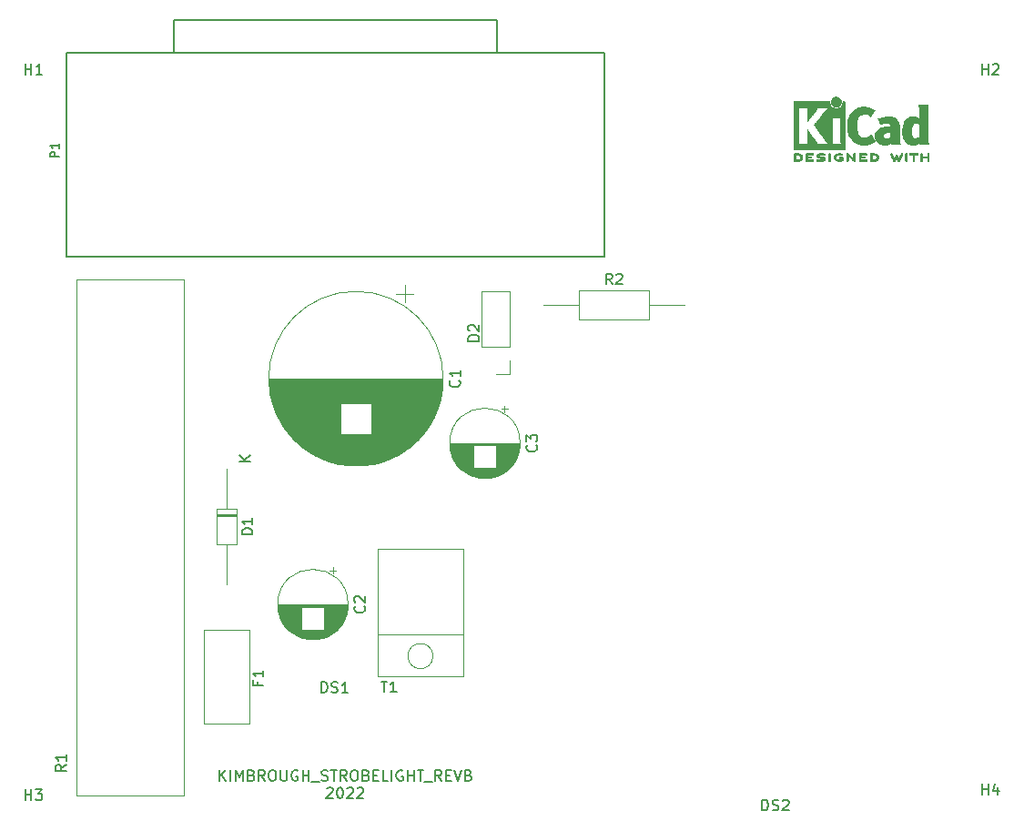
<source format=gbr>
%TF.GenerationSoftware,KiCad,Pcbnew,(6.0.5)*%
%TF.CreationDate,2022-07-24T11:34:55-07:00*%
%TF.ProjectId,BRD_strobelight,4252445f-7374-4726-9f62-656c69676874,rev?*%
%TF.SameCoordinates,Original*%
%TF.FileFunction,Legend,Top*%
%TF.FilePolarity,Positive*%
%FSLAX46Y46*%
G04 Gerber Fmt 4.6, Leading zero omitted, Abs format (unit mm)*
G04 Created by KiCad (PCBNEW (6.0.5)) date 2022-07-24 11:34:55*
%MOMM*%
%LPD*%
G01*
G04 APERTURE LIST*
%ADD10C,0.150000*%
%ADD11C,0.120000*%
%ADD12C,0.010000*%
%ADD13C,0.127000*%
%ADD14C,0.100000*%
G04 APERTURE END LIST*
D10*
X95333333Y-111647380D02*
X95333333Y-110647380D01*
X95904761Y-111647380D02*
X95476190Y-111075952D01*
X95904761Y-110647380D02*
X95333333Y-111218809D01*
X96333333Y-111647380D02*
X96333333Y-110647380D01*
X96809523Y-111647380D02*
X96809523Y-110647380D01*
X97142857Y-111361666D01*
X97476190Y-110647380D01*
X97476190Y-111647380D01*
X98285714Y-111123571D02*
X98428571Y-111171190D01*
X98476190Y-111218809D01*
X98523809Y-111314047D01*
X98523809Y-111456904D01*
X98476190Y-111552142D01*
X98428571Y-111599761D01*
X98333333Y-111647380D01*
X97952380Y-111647380D01*
X97952380Y-110647380D01*
X98285714Y-110647380D01*
X98380952Y-110695000D01*
X98428571Y-110742619D01*
X98476190Y-110837857D01*
X98476190Y-110933095D01*
X98428571Y-111028333D01*
X98380952Y-111075952D01*
X98285714Y-111123571D01*
X97952380Y-111123571D01*
X99523809Y-111647380D02*
X99190476Y-111171190D01*
X98952380Y-111647380D02*
X98952380Y-110647380D01*
X99333333Y-110647380D01*
X99428571Y-110695000D01*
X99476190Y-110742619D01*
X99523809Y-110837857D01*
X99523809Y-110980714D01*
X99476190Y-111075952D01*
X99428571Y-111123571D01*
X99333333Y-111171190D01*
X98952380Y-111171190D01*
X100142857Y-110647380D02*
X100333333Y-110647380D01*
X100428571Y-110695000D01*
X100523809Y-110790238D01*
X100571428Y-110980714D01*
X100571428Y-111314047D01*
X100523809Y-111504523D01*
X100428571Y-111599761D01*
X100333333Y-111647380D01*
X100142857Y-111647380D01*
X100047619Y-111599761D01*
X99952380Y-111504523D01*
X99904761Y-111314047D01*
X99904761Y-110980714D01*
X99952380Y-110790238D01*
X100047619Y-110695000D01*
X100142857Y-110647380D01*
X101000000Y-110647380D02*
X101000000Y-111456904D01*
X101047619Y-111552142D01*
X101095238Y-111599761D01*
X101190476Y-111647380D01*
X101380952Y-111647380D01*
X101476190Y-111599761D01*
X101523809Y-111552142D01*
X101571428Y-111456904D01*
X101571428Y-110647380D01*
X102571428Y-110695000D02*
X102476190Y-110647380D01*
X102333333Y-110647380D01*
X102190476Y-110695000D01*
X102095238Y-110790238D01*
X102047619Y-110885476D01*
X102000000Y-111075952D01*
X102000000Y-111218809D01*
X102047619Y-111409285D01*
X102095238Y-111504523D01*
X102190476Y-111599761D01*
X102333333Y-111647380D01*
X102428571Y-111647380D01*
X102571428Y-111599761D01*
X102619047Y-111552142D01*
X102619047Y-111218809D01*
X102428571Y-111218809D01*
X103047619Y-111647380D02*
X103047619Y-110647380D01*
X103047619Y-111123571D02*
X103619047Y-111123571D01*
X103619047Y-111647380D02*
X103619047Y-110647380D01*
X103857142Y-111742619D02*
X104619047Y-111742619D01*
X104809523Y-111599761D02*
X104952380Y-111647380D01*
X105190476Y-111647380D01*
X105285714Y-111599761D01*
X105333333Y-111552142D01*
X105380952Y-111456904D01*
X105380952Y-111361666D01*
X105333333Y-111266428D01*
X105285714Y-111218809D01*
X105190476Y-111171190D01*
X105000000Y-111123571D01*
X104904761Y-111075952D01*
X104857142Y-111028333D01*
X104809523Y-110933095D01*
X104809523Y-110837857D01*
X104857142Y-110742619D01*
X104904761Y-110695000D01*
X105000000Y-110647380D01*
X105238095Y-110647380D01*
X105380952Y-110695000D01*
X105666666Y-110647380D02*
X106238095Y-110647380D01*
X105952380Y-111647380D02*
X105952380Y-110647380D01*
X107142857Y-111647380D02*
X106809523Y-111171190D01*
X106571428Y-111647380D02*
X106571428Y-110647380D01*
X106952380Y-110647380D01*
X107047619Y-110695000D01*
X107095238Y-110742619D01*
X107142857Y-110837857D01*
X107142857Y-110980714D01*
X107095238Y-111075952D01*
X107047619Y-111123571D01*
X106952380Y-111171190D01*
X106571428Y-111171190D01*
X107761904Y-110647380D02*
X107952380Y-110647380D01*
X108047619Y-110695000D01*
X108142857Y-110790238D01*
X108190476Y-110980714D01*
X108190476Y-111314047D01*
X108142857Y-111504523D01*
X108047619Y-111599761D01*
X107952380Y-111647380D01*
X107761904Y-111647380D01*
X107666666Y-111599761D01*
X107571428Y-111504523D01*
X107523809Y-111314047D01*
X107523809Y-110980714D01*
X107571428Y-110790238D01*
X107666666Y-110695000D01*
X107761904Y-110647380D01*
X108952380Y-111123571D02*
X109095238Y-111171190D01*
X109142857Y-111218809D01*
X109190476Y-111314047D01*
X109190476Y-111456904D01*
X109142857Y-111552142D01*
X109095238Y-111599761D01*
X108999999Y-111647380D01*
X108619047Y-111647380D01*
X108619047Y-110647380D01*
X108952380Y-110647380D01*
X109047619Y-110695000D01*
X109095238Y-110742619D01*
X109142857Y-110837857D01*
X109142857Y-110933095D01*
X109095238Y-111028333D01*
X109047619Y-111075952D01*
X108952380Y-111123571D01*
X108619047Y-111123571D01*
X109619047Y-111123571D02*
X109952380Y-111123571D01*
X110095238Y-111647380D02*
X109619047Y-111647380D01*
X109619047Y-110647380D01*
X110095238Y-110647380D01*
X110999999Y-111647380D02*
X110523809Y-111647380D01*
X110523809Y-110647380D01*
X111333333Y-111647380D02*
X111333333Y-110647380D01*
X112333333Y-110695000D02*
X112238095Y-110647380D01*
X112095238Y-110647380D01*
X111952380Y-110695000D01*
X111857142Y-110790238D01*
X111809523Y-110885476D01*
X111761904Y-111075952D01*
X111761904Y-111218809D01*
X111809523Y-111409285D01*
X111857142Y-111504523D01*
X111952380Y-111599761D01*
X112095238Y-111647380D01*
X112190476Y-111647380D01*
X112333333Y-111599761D01*
X112380952Y-111552142D01*
X112380952Y-111218809D01*
X112190476Y-111218809D01*
X112809523Y-111647380D02*
X112809523Y-110647380D01*
X112809523Y-111123571D02*
X113380952Y-111123571D01*
X113380952Y-111647380D02*
X113380952Y-110647380D01*
X113714285Y-110647380D02*
X114285714Y-110647380D01*
X113999999Y-111647380D02*
X113999999Y-110647380D01*
X114380952Y-111742619D02*
X115142857Y-111742619D01*
X115952380Y-111647380D02*
X115619047Y-111171190D01*
X115380952Y-111647380D02*
X115380952Y-110647380D01*
X115761904Y-110647380D01*
X115857142Y-110695000D01*
X115904761Y-110742619D01*
X115952380Y-110837857D01*
X115952380Y-110980714D01*
X115904761Y-111075952D01*
X115857142Y-111123571D01*
X115761904Y-111171190D01*
X115380952Y-111171190D01*
X116380952Y-111123571D02*
X116714285Y-111123571D01*
X116857142Y-111647380D02*
X116380952Y-111647380D01*
X116380952Y-110647380D01*
X116857142Y-110647380D01*
X117142857Y-110647380D02*
X117476190Y-111647380D01*
X117809523Y-110647380D01*
X118476190Y-111123571D02*
X118619047Y-111171190D01*
X118666666Y-111218809D01*
X118714285Y-111314047D01*
X118714285Y-111456904D01*
X118666666Y-111552142D01*
X118619047Y-111599761D01*
X118523809Y-111647380D01*
X118142857Y-111647380D01*
X118142857Y-110647380D01*
X118476190Y-110647380D01*
X118571428Y-110695000D01*
X118619047Y-110742619D01*
X118666666Y-110837857D01*
X118666666Y-110933095D01*
X118619047Y-111028333D01*
X118571428Y-111075952D01*
X118476190Y-111123571D01*
X118142857Y-111123571D01*
X105285714Y-112352619D02*
X105333333Y-112305000D01*
X105428571Y-112257380D01*
X105666666Y-112257380D01*
X105761904Y-112305000D01*
X105809523Y-112352619D01*
X105857142Y-112447857D01*
X105857142Y-112543095D01*
X105809523Y-112685952D01*
X105238095Y-113257380D01*
X105857142Y-113257380D01*
X106476190Y-112257380D02*
X106571428Y-112257380D01*
X106666666Y-112305000D01*
X106714285Y-112352619D01*
X106761904Y-112447857D01*
X106809523Y-112638333D01*
X106809523Y-112876428D01*
X106761904Y-113066904D01*
X106714285Y-113162142D01*
X106666666Y-113209761D01*
X106571428Y-113257380D01*
X106476190Y-113257380D01*
X106380952Y-113209761D01*
X106333333Y-113162142D01*
X106285714Y-113066904D01*
X106238095Y-112876428D01*
X106238095Y-112638333D01*
X106285714Y-112447857D01*
X106333333Y-112352619D01*
X106380952Y-112305000D01*
X106476190Y-112257380D01*
X107190476Y-112352619D02*
X107238095Y-112305000D01*
X107333333Y-112257380D01*
X107571428Y-112257380D01*
X107666666Y-112305000D01*
X107714285Y-112352619D01*
X107761904Y-112447857D01*
X107761904Y-112543095D01*
X107714285Y-112685952D01*
X107142857Y-113257380D01*
X107761904Y-113257380D01*
X108142857Y-112352619D02*
X108190476Y-112305000D01*
X108285714Y-112257380D01*
X108523809Y-112257380D01*
X108619047Y-112305000D01*
X108666666Y-112352619D01*
X108714285Y-112447857D01*
X108714285Y-112543095D01*
X108666666Y-112685952D01*
X108095238Y-113257380D01*
X108714285Y-113257380D01*
%TO.C,DS1*%
X104785714Y-103452380D02*
X104785714Y-102452380D01*
X105023809Y-102452380D01*
X105166666Y-102500000D01*
X105261904Y-102595238D01*
X105309523Y-102690476D01*
X105357142Y-102880952D01*
X105357142Y-103023809D01*
X105309523Y-103214285D01*
X105261904Y-103309523D01*
X105166666Y-103404761D01*
X105023809Y-103452380D01*
X104785714Y-103452380D01*
X105738095Y-103404761D02*
X105880952Y-103452380D01*
X106119047Y-103452380D01*
X106214285Y-103404761D01*
X106261904Y-103357142D01*
X106309523Y-103261904D01*
X106309523Y-103166666D01*
X106261904Y-103071428D01*
X106214285Y-103023809D01*
X106119047Y-102976190D01*
X105928571Y-102928571D01*
X105833333Y-102880952D01*
X105785714Y-102833333D01*
X105738095Y-102738095D01*
X105738095Y-102642857D01*
X105785714Y-102547619D01*
X105833333Y-102500000D01*
X105928571Y-102452380D01*
X106166666Y-102452380D01*
X106309523Y-102500000D01*
X107261904Y-103452380D02*
X106690476Y-103452380D01*
X106976190Y-103452380D02*
X106976190Y-102452380D01*
X106880952Y-102595238D01*
X106785714Y-102690476D01*
X106690476Y-102738095D01*
%TO.C,C1*%
X117607142Y-74403912D02*
X117654761Y-74451531D01*
X117702380Y-74594388D01*
X117702380Y-74689626D01*
X117654761Y-74832484D01*
X117559523Y-74927722D01*
X117464285Y-74975341D01*
X117273809Y-75022960D01*
X117130952Y-75022960D01*
X116940476Y-74975341D01*
X116845238Y-74927722D01*
X116750000Y-74832484D01*
X116702380Y-74689626D01*
X116702380Y-74594388D01*
X116750000Y-74451531D01*
X116797619Y-74403912D01*
X117702380Y-73451531D02*
X117702380Y-74022960D01*
X117702380Y-73737246D02*
X116702380Y-73737246D01*
X116845238Y-73832484D01*
X116940476Y-73927722D01*
X116988095Y-74022960D01*
%TO.C,D2*%
X119452380Y-70738095D02*
X118452380Y-70738095D01*
X118452380Y-70500000D01*
X118500000Y-70357142D01*
X118595238Y-70261904D01*
X118690476Y-70214285D01*
X118880952Y-70166666D01*
X119023809Y-70166666D01*
X119214285Y-70214285D01*
X119309523Y-70261904D01*
X119404761Y-70357142D01*
X119452380Y-70500000D01*
X119452380Y-70738095D01*
X118547619Y-69785714D02*
X118500000Y-69738095D01*
X118452380Y-69642857D01*
X118452380Y-69404761D01*
X118500000Y-69309523D01*
X118547619Y-69261904D01*
X118642857Y-69214285D01*
X118738095Y-69214285D01*
X118880952Y-69261904D01*
X119452380Y-69833333D01*
X119452380Y-69214285D01*
%TO.C,H1*%
X77238095Y-45952380D02*
X77238095Y-44952380D01*
X77238095Y-45428571D02*
X77809523Y-45428571D01*
X77809523Y-45952380D02*
X77809523Y-44952380D01*
X78809523Y-45952380D02*
X78238095Y-45952380D01*
X78523809Y-45952380D02*
X78523809Y-44952380D01*
X78428571Y-45095238D01*
X78333333Y-45190476D01*
X78238095Y-45238095D01*
%TO.C,R2*%
X131833333Y-65462380D02*
X131500000Y-64986190D01*
X131261904Y-65462380D02*
X131261904Y-64462380D01*
X131642857Y-64462380D01*
X131738095Y-64510000D01*
X131785714Y-64557619D01*
X131833333Y-64652857D01*
X131833333Y-64795714D01*
X131785714Y-64890952D01*
X131738095Y-64938571D01*
X131642857Y-64986190D01*
X131261904Y-64986190D01*
X132214285Y-64557619D02*
X132261904Y-64510000D01*
X132357142Y-64462380D01*
X132595238Y-64462380D01*
X132690476Y-64510000D01*
X132738095Y-64557619D01*
X132785714Y-64652857D01*
X132785714Y-64748095D01*
X132738095Y-64890952D01*
X132166666Y-65462380D01*
X132785714Y-65462380D01*
%TO.C,H4*%
X166238095Y-112952380D02*
X166238095Y-111952380D01*
X166238095Y-112428571D02*
X166809523Y-112428571D01*
X166809523Y-112952380D02*
X166809523Y-111952380D01*
X167714285Y-112285714D02*
X167714285Y-112952380D01*
X167476190Y-111904761D02*
X167238095Y-112619047D01*
X167857142Y-112619047D01*
%TO.C,F1*%
X98878571Y-102443333D02*
X98878571Y-102776666D01*
X99402380Y-102776666D02*
X98402380Y-102776666D01*
X98402380Y-102300476D01*
X99402380Y-101395714D02*
X99402380Y-101967142D01*
X99402380Y-101681428D02*
X98402380Y-101681428D01*
X98545238Y-101776666D01*
X98640476Y-101871904D01*
X98688095Y-101967142D01*
%TO.C,H2*%
X166238095Y-45952380D02*
X166238095Y-44952380D01*
X166238095Y-45428571D02*
X166809523Y-45428571D01*
X166809523Y-45952380D02*
X166809523Y-44952380D01*
X167238095Y-45047619D02*
X167285714Y-45000000D01*
X167380952Y-44952380D01*
X167619047Y-44952380D01*
X167714285Y-45000000D01*
X167761904Y-45047619D01*
X167809523Y-45142857D01*
X167809523Y-45238095D01*
X167761904Y-45380952D01*
X167190476Y-45952380D01*
X167809523Y-45952380D01*
%TO.C,H3*%
X77238095Y-113452380D02*
X77238095Y-112452380D01*
X77238095Y-112928571D02*
X77809523Y-112928571D01*
X77809523Y-113452380D02*
X77809523Y-112452380D01*
X78190476Y-112452380D02*
X78809523Y-112452380D01*
X78476190Y-112833333D01*
X78619047Y-112833333D01*
X78714285Y-112880952D01*
X78761904Y-112928571D01*
X78809523Y-113023809D01*
X78809523Y-113261904D01*
X78761904Y-113357142D01*
X78714285Y-113404761D01*
X78619047Y-113452380D01*
X78333333Y-113452380D01*
X78238095Y-113404761D01*
X78190476Y-113357142D01*
%TO.C,D1*%
X98372380Y-88738095D02*
X97372380Y-88738095D01*
X97372380Y-88500000D01*
X97420000Y-88357142D01*
X97515238Y-88261904D01*
X97610476Y-88214285D01*
X97800952Y-88166666D01*
X97943809Y-88166666D01*
X98134285Y-88214285D01*
X98229523Y-88261904D01*
X98324761Y-88357142D01*
X98372380Y-88500000D01*
X98372380Y-88738095D01*
X98372380Y-87214285D02*
X98372380Y-87785714D01*
X98372380Y-87500000D02*
X97372380Y-87500000D01*
X97515238Y-87595238D01*
X97610476Y-87690476D01*
X97658095Y-87785714D01*
X98202380Y-81911904D02*
X97202380Y-81911904D01*
X98202380Y-81340476D02*
X97630952Y-81769047D01*
X97202380Y-81340476D02*
X97773809Y-81911904D01*
%TO.C,P1*%
X80356205Y-53581177D02*
X79568803Y-53581177D01*
X79568803Y-53281215D01*
X79606299Y-53206224D01*
X79643794Y-53168729D01*
X79718785Y-53131233D01*
X79831271Y-53131233D01*
X79906261Y-53168729D01*
X79943757Y-53206224D01*
X79981252Y-53281215D01*
X79981252Y-53581177D01*
X80356205Y-52381327D02*
X80356205Y-52831271D01*
X80356205Y-52606299D02*
X79568803Y-52606299D01*
X79681289Y-52681289D01*
X79756280Y-52756280D01*
X79793775Y-52831271D01*
%TO.C,T1*%
X110338095Y-102402380D02*
X110909523Y-102402380D01*
X110623809Y-103402380D02*
X110623809Y-102402380D01*
X111766666Y-103402380D02*
X111195238Y-103402380D01*
X111480952Y-103402380D02*
X111480952Y-102402380D01*
X111385714Y-102545238D01*
X111290476Y-102640476D01*
X111195238Y-102688095D01*
%TO.C,R1*%
X81052380Y-110166666D02*
X80576190Y-110500000D01*
X81052380Y-110738095D02*
X80052380Y-110738095D01*
X80052380Y-110357142D01*
X80100000Y-110261904D01*
X80147619Y-110214285D01*
X80242857Y-110166666D01*
X80385714Y-110166666D01*
X80480952Y-110214285D01*
X80528571Y-110261904D01*
X80576190Y-110357142D01*
X80576190Y-110738095D01*
X81052380Y-109214285D02*
X81052380Y-109785714D01*
X81052380Y-109500000D02*
X80052380Y-109500000D01*
X80195238Y-109595238D01*
X80290476Y-109690476D01*
X80338095Y-109785714D01*
%TO.C,C2*%
X108757142Y-95416666D02*
X108804761Y-95464285D01*
X108852380Y-95607142D01*
X108852380Y-95702380D01*
X108804761Y-95845238D01*
X108709523Y-95940476D01*
X108614285Y-95988095D01*
X108423809Y-96035714D01*
X108280952Y-96035714D01*
X108090476Y-95988095D01*
X107995238Y-95940476D01*
X107900000Y-95845238D01*
X107852380Y-95702380D01*
X107852380Y-95607142D01*
X107900000Y-95464285D01*
X107947619Y-95416666D01*
X107947619Y-95035714D02*
X107900000Y-94988095D01*
X107852380Y-94892857D01*
X107852380Y-94654761D01*
X107900000Y-94559523D01*
X107947619Y-94511904D01*
X108042857Y-94464285D01*
X108138095Y-94464285D01*
X108280952Y-94511904D01*
X108852380Y-95083333D01*
X108852380Y-94464285D01*
%TO.C,DS2*%
X145785714Y-114402380D02*
X145785714Y-113402380D01*
X146023809Y-113402380D01*
X146166666Y-113450000D01*
X146261904Y-113545238D01*
X146309523Y-113640476D01*
X146357142Y-113830952D01*
X146357142Y-113973809D01*
X146309523Y-114164285D01*
X146261904Y-114259523D01*
X146166666Y-114354761D01*
X146023809Y-114402380D01*
X145785714Y-114402380D01*
X146738095Y-114354761D02*
X146880952Y-114402380D01*
X147119047Y-114402380D01*
X147214285Y-114354761D01*
X147261904Y-114307142D01*
X147309523Y-114211904D01*
X147309523Y-114116666D01*
X147261904Y-114021428D01*
X147214285Y-113973809D01*
X147119047Y-113926190D01*
X146928571Y-113878571D01*
X146833333Y-113830952D01*
X146785714Y-113783333D01*
X146738095Y-113688095D01*
X146738095Y-113592857D01*
X146785714Y-113497619D01*
X146833333Y-113450000D01*
X146928571Y-113402380D01*
X147166666Y-113402380D01*
X147309523Y-113450000D01*
X147690476Y-113497619D02*
X147738095Y-113450000D01*
X147833333Y-113402380D01*
X148071428Y-113402380D01*
X148166666Y-113450000D01*
X148214285Y-113497619D01*
X148261904Y-113592857D01*
X148261904Y-113688095D01*
X148214285Y-113830952D01*
X147642857Y-114402380D01*
X148261904Y-114402380D01*
%TO.C,C3*%
X124757142Y-80416666D02*
X124804761Y-80464285D01*
X124852380Y-80607142D01*
X124852380Y-80702380D01*
X124804761Y-80845238D01*
X124709523Y-80940476D01*
X124614285Y-80988095D01*
X124423809Y-81035714D01*
X124280952Y-81035714D01*
X124090476Y-80988095D01*
X123995238Y-80940476D01*
X123900000Y-80845238D01*
X123852380Y-80702380D01*
X123852380Y-80607142D01*
X123900000Y-80464285D01*
X123947619Y-80416666D01*
X123852380Y-80083333D02*
X123852380Y-79464285D01*
X124233333Y-79797619D01*
X124233333Y-79654761D01*
X124280952Y-79559523D01*
X124328571Y-79511904D01*
X124423809Y-79464285D01*
X124661904Y-79464285D01*
X124757142Y-79511904D01*
X124804761Y-79559523D01*
X124852380Y-79654761D01*
X124852380Y-79940476D01*
X124804761Y-80035714D01*
X124757142Y-80083333D01*
D11*
%TO.C,C1*%
X114450000Y-79118246D02*
X109440000Y-79118246D01*
X113989000Y-79678246D02*
X102011000Y-79678246D01*
X113840000Y-79838246D02*
X102160000Y-79838246D01*
X113518000Y-80158246D02*
X102482000Y-80158246D01*
X112906000Y-80678246D02*
X103094000Y-80678246D01*
X113684000Y-79998246D02*
X102316000Y-79998246D01*
X112691000Y-80838246D02*
X103309000Y-80838246D01*
X106560000Y-78638246D02*
X101215000Y-78638246D01*
X115840000Y-76198246D02*
X100160000Y-76198246D01*
X106560000Y-78998246D02*
X101461000Y-78998246D01*
X114759000Y-78678246D02*
X109440000Y-78678246D01*
X114981000Y-78318246D02*
X109440000Y-78318246D01*
X115049000Y-78198246D02*
X109440000Y-78198246D01*
X114327000Y-79278246D02*
X109440000Y-79278246D01*
X116073000Y-74597246D02*
X99927000Y-74597246D01*
X111864000Y-81358246D02*
X104136000Y-81358246D01*
X110820000Y-81838246D02*
X105180000Y-81838246D01*
X115094000Y-78118246D02*
X109440000Y-78118246D01*
X111213000Y-81678246D02*
X104787000Y-81678246D01*
X112800000Y-80758246D02*
X103200000Y-80758246D01*
X112459000Y-80998246D02*
X103541000Y-80998246D01*
X115157000Y-77998246D02*
X109440000Y-77998246D01*
X111120000Y-81718246D02*
X104880000Y-81718246D01*
X112555000Y-65547755D02*
X112555000Y-67147755D01*
X114197000Y-79438246D02*
X101803000Y-79438246D01*
X106560000Y-76718246D02*
X100307000Y-76718246D01*
X111936000Y-81318246D02*
X104064000Y-81318246D01*
X106560000Y-76598246D02*
X100270000Y-76598246D01*
X114163000Y-79478246D02*
X101837000Y-79478246D01*
X115406000Y-77478246D02*
X109440000Y-77478246D01*
X113343000Y-80318246D02*
X102657000Y-80318246D01*
X110478000Y-81958246D02*
X105522000Y-81958246D01*
X116008000Y-75318246D02*
X99992000Y-75318246D01*
X115985000Y-75478246D02*
X100015000Y-75478246D01*
X115765000Y-76478246D02*
X100235000Y-76478246D01*
X106560000Y-77958246D02*
X100822000Y-77958246D01*
X112398000Y-81038246D02*
X103602000Y-81038246D01*
X113643000Y-80038246D02*
X102357000Y-80038246D01*
X110351000Y-81998246D02*
X105649000Y-81998246D01*
X106560000Y-79158246D02*
X101580000Y-79158246D01*
X114568000Y-78958246D02*
X109440000Y-78958246D01*
X106560000Y-77718246D02*
X100703000Y-77718246D01*
X106560000Y-78078246D02*
X100885000Y-78078246D01*
X113432000Y-80238246D02*
X102568000Y-80238246D01*
X106560000Y-79238246D02*
X101642000Y-79238246D01*
X115072000Y-78158246D02*
X109440000Y-78158246D01*
X116055000Y-74877246D02*
X99945000Y-74877246D01*
X106560000Y-76798246D02*
X100334000Y-76798246D01*
X112854000Y-80718246D02*
X103146000Y-80718246D01*
X114060000Y-79598246D02*
X101940000Y-79598246D01*
X113475000Y-80198246D02*
X102525000Y-80198246D01*
X115810000Y-76318246D02*
X100190000Y-76318246D01*
X110074000Y-82078246D02*
X105926000Y-82078246D01*
X106560000Y-77798246D02*
X100742000Y-77798246D01*
X113878000Y-79798246D02*
X102122000Y-79798246D01*
X116058000Y-74837246D02*
X99942000Y-74837246D01*
X115869000Y-76078246D02*
X100131000Y-76078246D01*
X115860000Y-76118246D02*
X100140000Y-76118246D01*
X115959000Y-75638246D02*
X100041000Y-75638246D01*
X106560000Y-79398246D02*
X101770000Y-79398246D01*
X106560000Y-78798246D02*
X101321000Y-78798246D01*
X115334000Y-77638246D02*
X109440000Y-77638246D01*
X113009000Y-80598246D02*
X102991000Y-80598246D01*
X106560000Y-77158246D02*
X100463000Y-77158246D01*
X111475000Y-81558246D02*
X104525000Y-81558246D01*
X108765000Y-82318246D02*
X107235000Y-82318246D01*
X112076000Y-81238246D02*
X103924000Y-81238246D01*
X115639000Y-76878246D02*
X109440000Y-76878246D01*
X106560000Y-78838246D02*
X101348000Y-78838246D01*
X114886000Y-78478246D02*
X109440000Y-78478246D01*
X115457000Y-77358246D02*
X109440000Y-77358246D01*
X115625000Y-76918246D02*
X109440000Y-76918246D01*
X114624000Y-78878246D02*
X109440000Y-78878246D01*
X115490000Y-77278246D02*
X109440000Y-77278246D01*
X115730000Y-76598246D02*
X109440000Y-76598246D01*
X106560000Y-77838246D02*
X100761000Y-77838246D01*
X106560000Y-78158246D02*
X100928000Y-78158246D01*
X106560000Y-76918246D02*
X100375000Y-76918246D01*
X115219000Y-77878246D02*
X109440000Y-77878246D01*
X114733000Y-78718246D02*
X109440000Y-78718246D01*
X109920000Y-82118246D02*
X106080000Y-82118246D01*
X113251000Y-80398246D02*
X102749000Y-80398246D01*
X106560000Y-76998246D02*
X100403000Y-76998246D01*
X109564000Y-82198246D02*
X106436000Y-82198246D01*
X111390000Y-81598246D02*
X104610000Y-81598246D01*
X113204000Y-80438246D02*
X102796000Y-80438246D01*
X112577000Y-80918246D02*
X103423000Y-80918246D01*
X115199000Y-77918246D02*
X109440000Y-77918246D01*
X116071000Y-74637246D02*
X99929000Y-74637246D01*
X115929000Y-75798246D02*
X100071000Y-75798246D01*
X106560000Y-77318246D02*
X100526000Y-77318246D01*
X116061000Y-74797246D02*
X99939000Y-74797246D01*
X106560000Y-77678246D02*
X100684000Y-77678246D01*
X106560000Y-78518246D02*
X101139000Y-78518246D01*
X106560000Y-78398246D02*
X101066000Y-78398246D01*
X115991000Y-75438246D02*
X100009000Y-75438246D01*
X115979000Y-75518246D02*
X100021000Y-75518246D01*
X115754000Y-76518246D02*
X100246000Y-76518246D01*
X106560000Y-79078246D02*
X101520000Y-79078246D01*
X116041000Y-75038246D02*
X99959000Y-75038246D01*
X115693000Y-76718246D02*
X109440000Y-76718246D01*
X116024000Y-75198246D02*
X99976000Y-75198246D01*
X106560000Y-79198246D02*
X101610000Y-79198246D01*
X112209000Y-81158246D02*
X103791000Y-81158246D01*
X114358000Y-79238246D02*
X109440000Y-79238246D01*
X115972000Y-75558246D02*
X100028000Y-75558246D01*
X116080000Y-74277246D02*
X99920000Y-74277246D01*
X116069000Y-74677246D02*
X99931000Y-74677246D01*
X115905000Y-75918246D02*
X100095000Y-75918246D01*
X113059000Y-80558246D02*
X102941000Y-80558246D01*
X106560000Y-78198246D02*
X100951000Y-78198246D01*
X114263000Y-79358246D02*
X109440000Y-79358246D01*
X112958000Y-80638246D02*
X103042000Y-80638246D01*
X106560000Y-78038246D02*
X100864000Y-78038246D01*
X112634000Y-80878246D02*
X103366000Y-80878246D01*
X106560000Y-77358246D02*
X100543000Y-77358246D01*
X116028000Y-75158246D02*
X99972000Y-75158246D01*
X115004000Y-78278246D02*
X109440000Y-78278246D01*
X114958000Y-78358246D02*
X109440000Y-78358246D01*
X114390000Y-79198246D02*
X109440000Y-79198246D01*
X112273000Y-81118246D02*
X103727000Y-81118246D01*
X115239000Y-77838246D02*
X109440000Y-77838246D01*
X111557000Y-81518246D02*
X104443000Y-81518246D01*
X116003000Y-75358246D02*
X99997000Y-75358246D01*
X115440000Y-77398246D02*
X109440000Y-77398246D01*
X109752000Y-82158246D02*
X106248000Y-82158246D01*
X115258000Y-77798246D02*
X109440000Y-77798246D01*
X106560000Y-76638246D02*
X100282000Y-76638246D01*
X114539000Y-78998246D02*
X109440000Y-78998246D01*
X115952000Y-75678246D02*
X100048000Y-75678246D01*
X113952000Y-79718246D02*
X102048000Y-79718246D01*
X113560000Y-80118246D02*
X102440000Y-80118246D01*
X115278000Y-77758246D02*
X109440000Y-77758246D01*
X106560000Y-78318246D02*
X101019000Y-78318246D01*
X116078000Y-74437246D02*
X99922000Y-74437246D01*
X115611000Y-76958246D02*
X109440000Y-76958246D01*
X106560000Y-76558246D02*
X100258000Y-76558246D01*
X110218000Y-82038246D02*
X105782000Y-82038246D01*
X106560000Y-77758246D02*
X100722000Y-77758246D01*
X115913000Y-75878246D02*
X100087000Y-75878246D01*
X114025000Y-79638246D02*
X101975000Y-79638246D01*
X113724000Y-79958246D02*
X102276000Y-79958246D01*
X113156000Y-80478246D02*
X102844000Y-80478246D01*
X114510000Y-79038246D02*
X109440000Y-79038246D01*
X115568000Y-77078246D02*
X109440000Y-77078246D01*
X106560000Y-77078246D02*
X100432000Y-77078246D01*
X106560000Y-78278246D02*
X100996000Y-78278246D01*
X113388000Y-80278246D02*
X102612000Y-80278246D01*
X114480000Y-79078246D02*
X109440000Y-79078246D01*
X106560000Y-77998246D02*
X100843000Y-77998246D01*
X106560000Y-77198246D02*
X100478000Y-77198246D01*
X116064000Y-74757246D02*
X99936000Y-74757246D01*
X114934000Y-78398246D02*
X109440000Y-78398246D01*
X115389000Y-77518246D02*
X109440000Y-77518246D01*
X114652000Y-78838246D02*
X109440000Y-78838246D01*
X106560000Y-77478246D02*
X100594000Y-77478246D01*
X115371000Y-77558246D02*
X109440000Y-77558246D01*
X106560000Y-77438246D02*
X100577000Y-77438246D01*
X116079000Y-74397246D02*
X99921000Y-74397246D01*
X114861000Y-78518246D02*
X109440000Y-78518246D01*
X115777000Y-76438246D02*
X100223000Y-76438246D01*
X116074000Y-74557246D02*
X99926000Y-74557246D01*
X106560000Y-78918246D02*
X101404000Y-78918246D01*
X116033000Y-75118246D02*
X99967000Y-75118246D01*
X115966000Y-75598246D02*
X100034000Y-75598246D01*
X115353000Y-77598246D02*
X109440000Y-77598246D01*
X115506000Y-77238246D02*
X109440000Y-77238246D01*
X115680000Y-76758246D02*
X109440000Y-76758246D01*
X116080000Y-74317246D02*
X99920000Y-74317246D01*
X115597000Y-76998246D02*
X109440000Y-76998246D01*
X113297000Y-80358246D02*
X102703000Y-80358246D01*
X115820000Y-76278246D02*
X100180000Y-76278246D01*
X111790000Y-81398246D02*
X104210000Y-81398246D01*
X106560000Y-76878246D02*
X100361000Y-76878246D01*
X110924000Y-81798246D02*
X105076000Y-81798246D01*
X115705000Y-76678246D02*
X109440000Y-76678246D01*
X106560000Y-77038246D02*
X100418000Y-77038246D01*
X115178000Y-77958246D02*
X109440000Y-77958246D01*
X115896000Y-75958246D02*
X100104000Y-75958246D01*
X106560000Y-78438246D02*
X101090000Y-78438246D01*
X106560000Y-78718246D02*
X101267000Y-78718246D01*
X113108000Y-80518246D02*
X102892000Y-80518246D01*
X110597000Y-81918246D02*
X105403000Y-81918246D01*
X114129000Y-79518246D02*
X101871000Y-79518246D01*
X106560000Y-78958246D02*
X101432000Y-78958246D01*
X115297000Y-77718246D02*
X109440000Y-77718246D01*
X115944000Y-75718246D02*
X100056000Y-75718246D01*
X113763000Y-79918246D02*
X102237000Y-79918246D01*
X114596000Y-78918246D02*
X109440000Y-78918246D01*
X106560000Y-78758246D02*
X101294000Y-78758246D01*
X113916000Y-79758246D02*
X102084000Y-79758246D01*
X106560000Y-78678246D02*
X101241000Y-78678246D01*
X115799000Y-76358246D02*
X100201000Y-76358246D01*
X115522000Y-77198246D02*
X109440000Y-77198246D01*
X106560000Y-79038246D02*
X101490000Y-79038246D01*
X106560000Y-78478246D02*
X101114000Y-78478246D01*
X106560000Y-77398246D02*
X100560000Y-77398246D01*
X106560000Y-76758246D02*
X100320000Y-76758246D01*
X106560000Y-79358246D02*
X101737000Y-79358246D01*
X114785000Y-78638246D02*
X109440000Y-78638246D01*
X112519000Y-80958246D02*
X103481000Y-80958246D01*
X115997000Y-75398246D02*
X100003000Y-75398246D01*
X106560000Y-76838246D02*
X100347000Y-76838246D01*
X111637000Y-81478246D02*
X104363000Y-81478246D01*
X106560000Y-78598246D02*
X101189000Y-78598246D01*
X115921000Y-75838246D02*
X100079000Y-75838246D01*
X116076000Y-74517246D02*
X99924000Y-74517246D01*
X116052000Y-74917246D02*
X99948000Y-74917246D01*
X115537000Y-77158246D02*
X109440000Y-77158246D01*
X114295000Y-79318246D02*
X109440000Y-79318246D01*
X115788000Y-76398246D02*
X100212000Y-76398246D01*
X106560000Y-77278246D02*
X100510000Y-77278246D01*
X115937000Y-75758246D02*
X100063000Y-75758246D01*
X106560000Y-77598246D02*
X100647000Y-77598246D01*
X115653000Y-76838246D02*
X109440000Y-76838246D01*
X115027000Y-78238246D02*
X109440000Y-78238246D01*
X106560000Y-77558246D02*
X100629000Y-77558246D01*
X112336000Y-81078246D02*
X103664000Y-81078246D01*
X111024000Y-81758246D02*
X104976000Y-81758246D01*
X106560000Y-77238246D02*
X100494000Y-77238246D01*
X114420000Y-79158246D02*
X109440000Y-79158246D01*
X115316000Y-77678246D02*
X109440000Y-77678246D01*
X116014000Y-75278246D02*
X99986000Y-75278246D01*
X110711000Y-81878246D02*
X105289000Y-81878246D01*
X114706000Y-78758246D02*
X109440000Y-78758246D01*
X115474000Y-77318246D02*
X109440000Y-77318246D01*
X106560000Y-79118246D02*
X101550000Y-79118246D01*
X116049000Y-74958246D02*
X99951000Y-74958246D01*
X115742000Y-76558246D02*
X109440000Y-76558246D01*
X115582000Y-77038246D02*
X109440000Y-77038246D01*
X106560000Y-77878246D02*
X100781000Y-77878246D01*
X116066000Y-74717246D02*
X99934000Y-74717246D01*
X115718000Y-76638246D02*
X109440000Y-76638246D01*
X106560000Y-79318246D02*
X101705000Y-79318246D01*
X115887000Y-75998246D02*
X100113000Y-75998246D01*
X116080000Y-74357246D02*
X99920000Y-74357246D01*
X116037000Y-75078246D02*
X99963000Y-75078246D01*
X112007000Y-81278246D02*
X103993000Y-81278246D01*
X115553000Y-77118246D02*
X109440000Y-77118246D01*
X116045000Y-74998246D02*
X99955000Y-74998246D01*
X106560000Y-78358246D02*
X101042000Y-78358246D01*
X106560000Y-78558246D02*
X101164000Y-78558246D01*
X106560000Y-79278246D02*
X101673000Y-79278246D01*
X115115000Y-78078246D02*
X109440000Y-78078246D01*
X106560000Y-77518246D02*
X100611000Y-77518246D01*
X114910000Y-78438246D02*
X109440000Y-78438246D01*
X113802000Y-79878246D02*
X102198000Y-79878246D01*
X115666000Y-76798246D02*
X109440000Y-76798246D01*
X116081000Y-74237246D02*
X99919000Y-74237246D01*
X106560000Y-76958246D02*
X100389000Y-76958246D01*
X112143000Y-81198246D02*
X103857000Y-81198246D01*
X114095000Y-79558246D02*
X101905000Y-79558246D01*
X106560000Y-77918246D02*
X100801000Y-77918246D01*
X114679000Y-78798246D02*
X109440000Y-78798246D01*
X114811000Y-78598246D02*
X109440000Y-78598246D01*
X106560000Y-78118246D02*
X100906000Y-78118246D01*
X115830000Y-76238246D02*
X100170000Y-76238246D01*
X109098000Y-82278246D02*
X106902000Y-82278246D01*
X115136000Y-78038246D02*
X109440000Y-78038246D01*
X114230000Y-79398246D02*
X109440000Y-79398246D01*
X106560000Y-76678246D02*
X100295000Y-76678246D01*
X116077000Y-74477246D02*
X99923000Y-74477246D01*
X113355000Y-66347755D02*
X111755000Y-66347755D01*
X112746000Y-80798246D02*
X103254000Y-80798246D01*
X113602000Y-80078246D02*
X102398000Y-80078246D01*
X106560000Y-78878246D02*
X101376000Y-78878246D01*
X111715000Y-81438246D02*
X104285000Y-81438246D01*
X109351000Y-82238246D02*
X106649000Y-82238246D01*
X114836000Y-78558246D02*
X109440000Y-78558246D01*
X115850000Y-76158246D02*
X100150000Y-76158246D01*
X116019000Y-75238246D02*
X99981000Y-75238246D01*
X106560000Y-77638246D02*
X100666000Y-77638246D01*
X115878000Y-76038246D02*
X100122000Y-76038246D01*
X106560000Y-78238246D02*
X100973000Y-78238246D01*
X111303000Y-81638246D02*
X104697000Y-81638246D01*
X115423000Y-77438246D02*
X109440000Y-77438246D01*
X106560000Y-77118246D02*
X100447000Y-77118246D01*
X116120000Y-74237246D02*
G75*
G03*
X116120000Y-74237246I-8120000J0D01*
G01*
%TO.C,D2*%
X122330000Y-71255000D02*
X122330000Y-66115000D01*
X122330000Y-72525000D02*
X122330000Y-73855000D01*
X119670000Y-71255000D02*
X119670000Y-66115000D01*
X122330000Y-71255000D02*
X119670000Y-71255000D01*
X122330000Y-66115000D02*
X119670000Y-66115000D01*
X122330000Y-73855000D02*
X121000000Y-73855000D01*
%TO.C,R2*%
X128730000Y-66010000D02*
X128730000Y-68750000D01*
X128730000Y-68750000D02*
X135270000Y-68750000D01*
X125420000Y-67380000D02*
X128730000Y-67380000D01*
X135270000Y-66010000D02*
X128730000Y-66010000D01*
X138580000Y-67380000D02*
X135270000Y-67380000D01*
X135270000Y-68750000D02*
X135270000Y-66010000D01*
%TO.C,REF\u002A\u002A*%
G36*
X158744665Y-53271034D02*
G01*
X158764255Y-53278035D01*
X158765010Y-53278377D01*
X158791613Y-53298678D01*
X158806270Y-53319561D01*
X158809138Y-53329352D01*
X158808996Y-53342361D01*
X158804961Y-53360895D01*
X158796146Y-53387257D01*
X158781669Y-53423752D01*
X158760645Y-53472687D01*
X158732188Y-53536365D01*
X158695415Y-53617093D01*
X158675175Y-53661216D01*
X158638625Y-53739985D01*
X158604315Y-53812423D01*
X158573552Y-53875880D01*
X158547648Y-53927708D01*
X158527910Y-53965259D01*
X158515650Y-53985884D01*
X158513224Y-53988733D01*
X158482183Y-54001302D01*
X158447121Y-53999619D01*
X158419000Y-53984332D01*
X158417854Y-53983089D01*
X158406668Y-53966154D01*
X158387904Y-53933170D01*
X158363875Y-53888380D01*
X158336897Y-53836032D01*
X158327201Y-53816742D01*
X158254014Y-53670150D01*
X158174240Y-53829393D01*
X158145767Y-53884415D01*
X158119350Y-53932132D01*
X158097148Y-53968893D01*
X158081319Y-53991044D01*
X158075954Y-53995741D01*
X158034257Y-54002102D01*
X157999849Y-53988733D01*
X157989728Y-53974446D01*
X157972214Y-53942692D01*
X157948735Y-53896597D01*
X157920720Y-53839285D01*
X157889599Y-53773880D01*
X157856799Y-53703507D01*
X157823750Y-53631291D01*
X157791881Y-53560355D01*
X157762619Y-53493825D01*
X157737395Y-53434826D01*
X157717636Y-53386481D01*
X157704772Y-53351915D01*
X157700231Y-53334253D01*
X157700277Y-53333613D01*
X157711326Y-53311388D01*
X157733410Y-53288753D01*
X157734710Y-53287768D01*
X157761853Y-53272425D01*
X157786958Y-53272574D01*
X157796368Y-53275466D01*
X157807834Y-53281718D01*
X157820010Y-53294014D01*
X157834357Y-53314908D01*
X157852336Y-53346949D01*
X157875407Y-53392688D01*
X157905030Y-53454677D01*
X157931745Y-53511898D01*
X157962480Y-53578226D01*
X157990021Y-53637874D01*
X158012938Y-53687725D01*
X158029798Y-53724664D01*
X158039173Y-53745573D01*
X158040540Y-53748845D01*
X158046689Y-53743497D01*
X158060822Y-53721109D01*
X158081057Y-53684946D01*
X158105515Y-53638277D01*
X158115248Y-53619022D01*
X158148217Y-53554004D01*
X158173643Y-53506654D01*
X158193612Y-53474219D01*
X158210210Y-53453946D01*
X158225524Y-53443082D01*
X158241640Y-53438875D01*
X158252143Y-53438400D01*
X158270670Y-53440042D01*
X158286904Y-53446831D01*
X158303035Y-53461566D01*
X158321251Y-53487044D01*
X158343739Y-53526061D01*
X158372689Y-53581414D01*
X158388662Y-53612903D01*
X158414570Y-53663087D01*
X158437167Y-53704704D01*
X158454458Y-53734242D01*
X158464450Y-53748189D01*
X158465809Y-53748770D01*
X158472261Y-53737793D01*
X158486708Y-53709290D01*
X158507703Y-53666244D01*
X158533797Y-53611638D01*
X158563546Y-53548454D01*
X158578180Y-53517071D01*
X158616250Y-53436078D01*
X158646905Y-53373756D01*
X158671737Y-53328071D01*
X158692337Y-53296989D01*
X158710298Y-53278478D01*
X158727210Y-53270504D01*
X158744665Y-53271034D01*
G37*
D12*
X158744665Y-53271034D02*
X158764255Y-53278035D01*
X158765010Y-53278377D01*
X158791613Y-53298678D01*
X158806270Y-53319561D01*
X158809138Y-53329352D01*
X158808996Y-53342361D01*
X158804961Y-53360895D01*
X158796146Y-53387257D01*
X158781669Y-53423752D01*
X158760645Y-53472687D01*
X158732188Y-53536365D01*
X158695415Y-53617093D01*
X158675175Y-53661216D01*
X158638625Y-53739985D01*
X158604315Y-53812423D01*
X158573552Y-53875880D01*
X158547648Y-53927708D01*
X158527910Y-53965259D01*
X158515650Y-53985884D01*
X158513224Y-53988733D01*
X158482183Y-54001302D01*
X158447121Y-53999619D01*
X158419000Y-53984332D01*
X158417854Y-53983089D01*
X158406668Y-53966154D01*
X158387904Y-53933170D01*
X158363875Y-53888380D01*
X158336897Y-53836032D01*
X158327201Y-53816742D01*
X158254014Y-53670150D01*
X158174240Y-53829393D01*
X158145767Y-53884415D01*
X158119350Y-53932132D01*
X158097148Y-53968893D01*
X158081319Y-53991044D01*
X158075954Y-53995741D01*
X158034257Y-54002102D01*
X157999849Y-53988733D01*
X157989728Y-53974446D01*
X157972214Y-53942692D01*
X157948735Y-53896597D01*
X157920720Y-53839285D01*
X157889599Y-53773880D01*
X157856799Y-53703507D01*
X157823750Y-53631291D01*
X157791881Y-53560355D01*
X157762619Y-53493825D01*
X157737395Y-53434826D01*
X157717636Y-53386481D01*
X157704772Y-53351915D01*
X157700231Y-53334253D01*
X157700277Y-53333613D01*
X157711326Y-53311388D01*
X157733410Y-53288753D01*
X157734710Y-53287768D01*
X157761853Y-53272425D01*
X157786958Y-53272574D01*
X157796368Y-53275466D01*
X157807834Y-53281718D01*
X157820010Y-53294014D01*
X157834357Y-53314908D01*
X157852336Y-53346949D01*
X157875407Y-53392688D01*
X157905030Y-53454677D01*
X157931745Y-53511898D01*
X157962480Y-53578226D01*
X157990021Y-53637874D01*
X158012938Y-53687725D01*
X158029798Y-53724664D01*
X158039173Y-53745573D01*
X158040540Y-53748845D01*
X158046689Y-53743497D01*
X158060822Y-53721109D01*
X158081057Y-53684946D01*
X158105515Y-53638277D01*
X158115248Y-53619022D01*
X158148217Y-53554004D01*
X158173643Y-53506654D01*
X158193612Y-53474219D01*
X158210210Y-53453946D01*
X158225524Y-53443082D01*
X158241640Y-53438875D01*
X158252143Y-53438400D01*
X158270670Y-53440042D01*
X158286904Y-53446831D01*
X158303035Y-53461566D01*
X158321251Y-53487044D01*
X158343739Y-53526061D01*
X158372689Y-53581414D01*
X158388662Y-53612903D01*
X158414570Y-53663087D01*
X158437167Y-53704704D01*
X158454458Y-53734242D01*
X158464450Y-53748189D01*
X158465809Y-53748770D01*
X158472261Y-53737793D01*
X158486708Y-53709290D01*
X158507703Y-53666244D01*
X158533797Y-53611638D01*
X158563546Y-53548454D01*
X158578180Y-53517071D01*
X158616250Y-53436078D01*
X158646905Y-53373756D01*
X158671737Y-53328071D01*
X158692337Y-53296989D01*
X158710298Y-53278478D01*
X158727210Y-53270504D01*
X158744665Y-53271034D01*
G36*
X153049919Y-53274599D02*
G01*
X153118435Y-53286095D01*
X153171057Y-53303967D01*
X153205292Y-53327499D01*
X153214621Y-53340924D01*
X153224107Y-53372148D01*
X153217723Y-53400395D01*
X153197570Y-53427182D01*
X153166255Y-53439713D01*
X153120817Y-53438696D01*
X153085674Y-53431906D01*
X153007581Y-53418971D01*
X152927774Y-53417742D01*
X152838445Y-53428241D01*
X152813771Y-53432690D01*
X152730709Y-53456108D01*
X152665727Y-53490945D01*
X152619539Y-53536604D01*
X152592855Y-53592494D01*
X152587337Y-53621388D01*
X152590949Y-53680012D01*
X152614271Y-53731879D01*
X152655176Y-53775978D01*
X152711541Y-53811299D01*
X152781240Y-53836829D01*
X152862148Y-53851559D01*
X152952140Y-53854478D01*
X153049090Y-53844575D01*
X153054564Y-53843641D01*
X153093125Y-53836459D01*
X153114506Y-53829521D01*
X153123773Y-53819227D01*
X153125994Y-53801976D01*
X153126044Y-53792841D01*
X153126044Y-53754489D01*
X153057569Y-53754489D01*
X152997100Y-53750347D01*
X152955835Y-53737147D01*
X152931825Y-53713730D01*
X152923123Y-53678936D01*
X152923017Y-53674394D01*
X152928108Y-53644654D01*
X152945567Y-53623419D01*
X152978061Y-53609366D01*
X153028257Y-53601173D01*
X153076877Y-53598161D01*
X153147544Y-53596433D01*
X153198802Y-53599070D01*
X153233761Y-53608800D01*
X153255530Y-53628353D01*
X153267220Y-53660456D01*
X153271940Y-53707838D01*
X153272800Y-53770071D01*
X153271391Y-53839535D01*
X153267152Y-53886786D01*
X153260064Y-53912012D01*
X153258689Y-53913988D01*
X153219772Y-53945508D01*
X153162714Y-53970470D01*
X153091131Y-53988340D01*
X153008642Y-53998586D01*
X152918861Y-54000673D01*
X152825408Y-53994068D01*
X152770444Y-53985956D01*
X152684234Y-53961554D01*
X152604108Y-53921662D01*
X152537023Y-53869887D01*
X152526827Y-53859539D01*
X152493698Y-53816035D01*
X152463806Y-53762118D01*
X152440643Y-53705592D01*
X152427702Y-53654259D01*
X152426142Y-53634544D01*
X152432782Y-53593419D01*
X152450432Y-53542252D01*
X152475703Y-53488394D01*
X152505211Y-53439195D01*
X152531281Y-53406334D01*
X152592235Y-53357452D01*
X152671031Y-53318545D01*
X152764843Y-53290494D01*
X152870850Y-53274179D01*
X152968000Y-53270192D01*
X153049919Y-53274599D01*
G37*
X153049919Y-53274599D02*
X153118435Y-53286095D01*
X153171057Y-53303967D01*
X153205292Y-53327499D01*
X153214621Y-53340924D01*
X153224107Y-53372148D01*
X153217723Y-53400395D01*
X153197570Y-53427182D01*
X153166255Y-53439713D01*
X153120817Y-53438696D01*
X153085674Y-53431906D01*
X153007581Y-53418971D01*
X152927774Y-53417742D01*
X152838445Y-53428241D01*
X152813771Y-53432690D01*
X152730709Y-53456108D01*
X152665727Y-53490945D01*
X152619539Y-53536604D01*
X152592855Y-53592494D01*
X152587337Y-53621388D01*
X152590949Y-53680012D01*
X152614271Y-53731879D01*
X152655176Y-53775978D01*
X152711541Y-53811299D01*
X152781240Y-53836829D01*
X152862148Y-53851559D01*
X152952140Y-53854478D01*
X153049090Y-53844575D01*
X153054564Y-53843641D01*
X153093125Y-53836459D01*
X153114506Y-53829521D01*
X153123773Y-53819227D01*
X153125994Y-53801976D01*
X153126044Y-53792841D01*
X153126044Y-53754489D01*
X153057569Y-53754489D01*
X152997100Y-53750347D01*
X152955835Y-53737147D01*
X152931825Y-53713730D01*
X152923123Y-53678936D01*
X152923017Y-53674394D01*
X152928108Y-53644654D01*
X152945567Y-53623419D01*
X152978061Y-53609366D01*
X153028257Y-53601173D01*
X153076877Y-53598161D01*
X153147544Y-53596433D01*
X153198802Y-53599070D01*
X153233761Y-53608800D01*
X153255530Y-53628353D01*
X153267220Y-53660456D01*
X153271940Y-53707838D01*
X153272800Y-53770071D01*
X153271391Y-53839535D01*
X153267152Y-53886786D01*
X153260064Y-53912012D01*
X153258689Y-53913988D01*
X153219772Y-53945508D01*
X153162714Y-53970470D01*
X153091131Y-53988340D01*
X153008642Y-53998586D01*
X152918861Y-54000673D01*
X152825408Y-53994068D01*
X152770444Y-53985956D01*
X152684234Y-53961554D01*
X152604108Y-53921662D01*
X152537023Y-53869887D01*
X152526827Y-53859539D01*
X152493698Y-53816035D01*
X152463806Y-53762118D01*
X152440643Y-53705592D01*
X152427702Y-53654259D01*
X152426142Y-53634544D01*
X152432782Y-53593419D01*
X152450432Y-53542252D01*
X152475703Y-53488394D01*
X152505211Y-53439195D01*
X152531281Y-53406334D01*
X152592235Y-53357452D01*
X152671031Y-53318545D01*
X152764843Y-53290494D01*
X152870850Y-53274179D01*
X152968000Y-53270192D01*
X153049919Y-53274599D01*
G36*
X156282522Y-51470812D02*
G01*
X156298768Y-51399590D01*
X156324405Y-51328864D01*
X156348401Y-51276493D01*
X156407020Y-51181196D01*
X156485117Y-51093170D01*
X156580315Y-51014017D01*
X156690238Y-50945340D01*
X156812510Y-50888741D01*
X156944755Y-50845821D01*
X157009422Y-50830882D01*
X157145604Y-50808777D01*
X157294049Y-50794194D01*
X157445505Y-50787813D01*
X157572064Y-50789445D01*
X157733950Y-50796224D01*
X157726530Y-50737245D01*
X157707238Y-50638092D01*
X157676104Y-50557372D01*
X157632269Y-50494466D01*
X157574871Y-50448756D01*
X157503048Y-50419622D01*
X157415941Y-50406447D01*
X157312686Y-50408611D01*
X157274711Y-50412612D01*
X157133520Y-50437780D01*
X156996707Y-50478814D01*
X156902178Y-50516815D01*
X156857018Y-50536190D01*
X156818585Y-50551760D01*
X156792234Y-50561405D01*
X156784546Y-50563452D01*
X156774802Y-50554374D01*
X156758083Y-50525405D01*
X156734232Y-50476217D01*
X156703093Y-50406484D01*
X156664507Y-50315879D01*
X156657910Y-50300089D01*
X156627853Y-50227772D01*
X156600874Y-50162425D01*
X156578136Y-50106906D01*
X156560806Y-50064072D01*
X156550048Y-50036781D01*
X156546941Y-50027942D01*
X156556940Y-50023187D01*
X156583217Y-50017910D01*
X156611489Y-50014231D01*
X156641646Y-50009474D01*
X156689433Y-50000028D01*
X156750612Y-49986820D01*
X156820946Y-49970776D01*
X156896194Y-49952820D01*
X156924755Y-49945797D01*
X157029816Y-49920209D01*
X157117480Y-49900147D01*
X157192068Y-49884969D01*
X157257903Y-49874035D01*
X157319307Y-49866704D01*
X157380602Y-49862335D01*
X157446110Y-49860287D01*
X157504128Y-49859889D01*
X157673574Y-49866552D01*
X157825492Y-49886567D01*
X157960756Y-49920202D01*
X158080239Y-49967725D01*
X158184815Y-50029405D01*
X158262424Y-50092965D01*
X158331265Y-50167099D01*
X158385006Y-50246871D01*
X158427910Y-50339091D01*
X158443384Y-50382161D01*
X158456244Y-50421142D01*
X158467446Y-50457289D01*
X158477120Y-50492434D01*
X158485396Y-50528410D01*
X158492403Y-50567050D01*
X158498272Y-50610185D01*
X158503131Y-50659649D01*
X158507110Y-50717273D01*
X158510340Y-50784891D01*
X158512949Y-50864334D01*
X158515067Y-50957436D01*
X158516824Y-51066027D01*
X158518349Y-51191942D01*
X158519772Y-51337012D01*
X158521025Y-51479778D01*
X158522351Y-51635968D01*
X158523556Y-51771239D01*
X158524766Y-51887246D01*
X158526106Y-51985645D01*
X158527700Y-52068093D01*
X158529675Y-52136246D01*
X158532156Y-52191760D01*
X158535269Y-52236292D01*
X158539138Y-52271498D01*
X158543889Y-52299034D01*
X158549648Y-52320556D01*
X158556539Y-52337722D01*
X158564689Y-52352186D01*
X158574223Y-52365606D01*
X158585266Y-52379638D01*
X158589566Y-52385071D01*
X158605386Y-52407910D01*
X158612422Y-52423463D01*
X158612444Y-52423922D01*
X158601567Y-52426121D01*
X158570582Y-52428147D01*
X158521957Y-52429942D01*
X158458163Y-52431451D01*
X158381669Y-52432616D01*
X158294944Y-52433380D01*
X158200457Y-52433686D01*
X158189550Y-52433689D01*
X157766657Y-52433689D01*
X157763395Y-52337622D01*
X157760133Y-52241556D01*
X157698044Y-52292543D01*
X157600714Y-52360057D01*
X157490813Y-52414749D01*
X157404349Y-52444978D01*
X157335278Y-52459666D01*
X157251925Y-52469659D01*
X157162159Y-52474646D01*
X157073845Y-52474313D01*
X156994851Y-52468351D01*
X156958622Y-52462638D01*
X156818603Y-52424776D01*
X156692178Y-52369932D01*
X156580260Y-52298924D01*
X156483762Y-52212568D01*
X156403600Y-52111679D01*
X156340687Y-51997076D01*
X156296312Y-51870984D01*
X156283978Y-51814401D01*
X156276368Y-51752202D01*
X156272739Y-51677363D01*
X156272245Y-51643467D01*
X156272310Y-51640282D01*
X157032248Y-51640282D01*
X157041541Y-51715333D01*
X157069728Y-51779160D01*
X157118197Y-51834798D01*
X157123254Y-51839211D01*
X157171548Y-51874037D01*
X157223257Y-51896620D01*
X157283989Y-51908540D01*
X157359352Y-51911383D01*
X157377459Y-51910978D01*
X157431278Y-51908325D01*
X157471308Y-51902909D01*
X157506324Y-51892745D01*
X157545103Y-51875850D01*
X157555745Y-51870672D01*
X157616396Y-51834844D01*
X157663215Y-51792212D01*
X157675952Y-51776973D01*
X157720622Y-51720462D01*
X157720622Y-51524586D01*
X157720086Y-51445939D01*
X157718396Y-51387988D01*
X157715428Y-51348875D01*
X157711057Y-51326741D01*
X157706972Y-51320274D01*
X157691047Y-51317111D01*
X157657264Y-51314488D01*
X157610340Y-51312655D01*
X157554993Y-51311857D01*
X157546106Y-51311842D01*
X157425330Y-51317096D01*
X157322660Y-51333263D01*
X157236106Y-51360961D01*
X157163681Y-51400808D01*
X157108751Y-51447758D01*
X157064204Y-51505645D01*
X157039480Y-51568693D01*
X157032248Y-51640282D01*
X156272310Y-51640282D01*
X156274178Y-51549712D01*
X156282522Y-51470812D01*
G37*
X156282522Y-51470812D02*
X156298768Y-51399590D01*
X156324405Y-51328864D01*
X156348401Y-51276493D01*
X156407020Y-51181196D01*
X156485117Y-51093170D01*
X156580315Y-51014017D01*
X156690238Y-50945340D01*
X156812510Y-50888741D01*
X156944755Y-50845821D01*
X157009422Y-50830882D01*
X157145604Y-50808777D01*
X157294049Y-50794194D01*
X157445505Y-50787813D01*
X157572064Y-50789445D01*
X157733950Y-50796224D01*
X157726530Y-50737245D01*
X157707238Y-50638092D01*
X157676104Y-50557372D01*
X157632269Y-50494466D01*
X157574871Y-50448756D01*
X157503048Y-50419622D01*
X157415941Y-50406447D01*
X157312686Y-50408611D01*
X157274711Y-50412612D01*
X157133520Y-50437780D01*
X156996707Y-50478814D01*
X156902178Y-50516815D01*
X156857018Y-50536190D01*
X156818585Y-50551760D01*
X156792234Y-50561405D01*
X156784546Y-50563452D01*
X156774802Y-50554374D01*
X156758083Y-50525405D01*
X156734232Y-50476217D01*
X156703093Y-50406484D01*
X156664507Y-50315879D01*
X156657910Y-50300089D01*
X156627853Y-50227772D01*
X156600874Y-50162425D01*
X156578136Y-50106906D01*
X156560806Y-50064072D01*
X156550048Y-50036781D01*
X156546941Y-50027942D01*
X156556940Y-50023187D01*
X156583217Y-50017910D01*
X156611489Y-50014231D01*
X156641646Y-50009474D01*
X156689433Y-50000028D01*
X156750612Y-49986820D01*
X156820946Y-49970776D01*
X156896194Y-49952820D01*
X156924755Y-49945797D01*
X157029816Y-49920209D01*
X157117480Y-49900147D01*
X157192068Y-49884969D01*
X157257903Y-49874035D01*
X157319307Y-49866704D01*
X157380602Y-49862335D01*
X157446110Y-49860287D01*
X157504128Y-49859889D01*
X157673574Y-49866552D01*
X157825492Y-49886567D01*
X157960756Y-49920202D01*
X158080239Y-49967725D01*
X158184815Y-50029405D01*
X158262424Y-50092965D01*
X158331265Y-50167099D01*
X158385006Y-50246871D01*
X158427910Y-50339091D01*
X158443384Y-50382161D01*
X158456244Y-50421142D01*
X158467446Y-50457289D01*
X158477120Y-50492434D01*
X158485396Y-50528410D01*
X158492403Y-50567050D01*
X158498272Y-50610185D01*
X158503131Y-50659649D01*
X158507110Y-50717273D01*
X158510340Y-50784891D01*
X158512949Y-50864334D01*
X158515067Y-50957436D01*
X158516824Y-51066027D01*
X158518349Y-51191942D01*
X158519772Y-51337012D01*
X158521025Y-51479778D01*
X158522351Y-51635968D01*
X158523556Y-51771239D01*
X158524766Y-51887246D01*
X158526106Y-51985645D01*
X158527700Y-52068093D01*
X158529675Y-52136246D01*
X158532156Y-52191760D01*
X158535269Y-52236292D01*
X158539138Y-52271498D01*
X158543889Y-52299034D01*
X158549648Y-52320556D01*
X158556539Y-52337722D01*
X158564689Y-52352186D01*
X158574223Y-52365606D01*
X158585266Y-52379638D01*
X158589566Y-52385071D01*
X158605386Y-52407910D01*
X158612422Y-52423463D01*
X158612444Y-52423922D01*
X158601567Y-52426121D01*
X158570582Y-52428147D01*
X158521957Y-52429942D01*
X158458163Y-52431451D01*
X158381669Y-52432616D01*
X158294944Y-52433380D01*
X158200457Y-52433686D01*
X158189550Y-52433689D01*
X157766657Y-52433689D01*
X157763395Y-52337622D01*
X157760133Y-52241556D01*
X157698044Y-52292543D01*
X157600714Y-52360057D01*
X157490813Y-52414749D01*
X157404349Y-52444978D01*
X157335278Y-52459666D01*
X157251925Y-52469659D01*
X157162159Y-52474646D01*
X157073845Y-52474313D01*
X156994851Y-52468351D01*
X156958622Y-52462638D01*
X156818603Y-52424776D01*
X156692178Y-52369932D01*
X156580260Y-52298924D01*
X156483762Y-52212568D01*
X156403600Y-52111679D01*
X156340687Y-51997076D01*
X156296312Y-51870984D01*
X156283978Y-51814401D01*
X156276368Y-51752202D01*
X156272739Y-51677363D01*
X156272245Y-51643467D01*
X156272310Y-51640282D01*
X157032248Y-51640282D01*
X157041541Y-51715333D01*
X157069728Y-51779160D01*
X157118197Y-51834798D01*
X157123254Y-51839211D01*
X157171548Y-51874037D01*
X157223257Y-51896620D01*
X157283989Y-51908540D01*
X157359352Y-51911383D01*
X157377459Y-51910978D01*
X157431278Y-51908325D01*
X157471308Y-51902909D01*
X157506324Y-51892745D01*
X157545103Y-51875850D01*
X157555745Y-51870672D01*
X157616396Y-51834844D01*
X157663215Y-51792212D01*
X157675952Y-51776973D01*
X157720622Y-51720462D01*
X157720622Y-51524586D01*
X157720086Y-51445939D01*
X157718396Y-51387988D01*
X157715428Y-51348875D01*
X157711057Y-51326741D01*
X157706972Y-51320274D01*
X157691047Y-51317111D01*
X157657264Y-51314488D01*
X157610340Y-51312655D01*
X157554993Y-51311857D01*
X157546106Y-51311842D01*
X157425330Y-51317096D01*
X157322660Y-51333263D01*
X157236106Y-51360961D01*
X157163681Y-51400808D01*
X157108751Y-51447758D01*
X157064204Y-51505645D01*
X157039480Y-51568693D01*
X157032248Y-51640282D01*
X156272310Y-51640282D01*
X156274178Y-51549712D01*
X156282522Y-51470812D01*
G36*
X161228823Y-53274533D02*
G01*
X161260202Y-53296776D01*
X161287911Y-53324485D01*
X161287911Y-53633920D01*
X161287838Y-53725799D01*
X161287495Y-53797840D01*
X161286692Y-53852780D01*
X161285241Y-53893360D01*
X161282952Y-53922317D01*
X161279636Y-53942391D01*
X161275105Y-53956321D01*
X161269169Y-53966845D01*
X161264514Y-53973100D01*
X161233783Y-53997673D01*
X161198496Y-54000341D01*
X161166245Y-53985271D01*
X161155588Y-53976374D01*
X161148464Y-53964557D01*
X161144167Y-53945526D01*
X161141991Y-53914992D01*
X161141228Y-53868662D01*
X161141155Y-53832871D01*
X161141155Y-53698045D01*
X160644444Y-53698045D01*
X160644444Y-53820700D01*
X160643931Y-53876787D01*
X160641876Y-53915333D01*
X160637508Y-53941361D01*
X160630056Y-53959897D01*
X160621047Y-53973100D01*
X160590144Y-53997604D01*
X160555196Y-54000506D01*
X160521738Y-53983089D01*
X160512604Y-53973959D01*
X160506152Y-53961855D01*
X160501897Y-53943001D01*
X160499352Y-53913620D01*
X160498029Y-53869937D01*
X160497443Y-53808175D01*
X160497375Y-53794000D01*
X160496891Y-53677631D01*
X160496641Y-53581727D01*
X160496723Y-53504177D01*
X160497231Y-53442869D01*
X160498262Y-53395690D01*
X160499913Y-53360530D01*
X160502279Y-53335276D01*
X160505457Y-53317817D01*
X160509544Y-53306041D01*
X160514634Y-53297835D01*
X160520266Y-53291645D01*
X160552128Y-53271844D01*
X160585357Y-53274533D01*
X160616735Y-53296776D01*
X160629433Y-53311126D01*
X160637526Y-53326978D01*
X160642042Y-53349554D01*
X160644006Y-53384078D01*
X160644444Y-53435776D01*
X160644444Y-53551289D01*
X161141155Y-53551289D01*
X161141155Y-53432756D01*
X161141662Y-53378148D01*
X161143698Y-53341275D01*
X161148035Y-53317307D01*
X161155447Y-53301415D01*
X161163733Y-53291645D01*
X161195594Y-53271844D01*
X161228823Y-53274533D01*
G37*
X161228823Y-53274533D02*
X161260202Y-53296776D01*
X161287911Y-53324485D01*
X161287911Y-53633920D01*
X161287838Y-53725799D01*
X161287495Y-53797840D01*
X161286692Y-53852780D01*
X161285241Y-53893360D01*
X161282952Y-53922317D01*
X161279636Y-53942391D01*
X161275105Y-53956321D01*
X161269169Y-53966845D01*
X161264514Y-53973100D01*
X161233783Y-53997673D01*
X161198496Y-54000341D01*
X161166245Y-53985271D01*
X161155588Y-53976374D01*
X161148464Y-53964557D01*
X161144167Y-53945526D01*
X161141991Y-53914992D01*
X161141228Y-53868662D01*
X161141155Y-53832871D01*
X161141155Y-53698045D01*
X160644444Y-53698045D01*
X160644444Y-53820700D01*
X160643931Y-53876787D01*
X160641876Y-53915333D01*
X160637508Y-53941361D01*
X160630056Y-53959897D01*
X160621047Y-53973100D01*
X160590144Y-53997604D01*
X160555196Y-54000506D01*
X160521738Y-53983089D01*
X160512604Y-53973959D01*
X160506152Y-53961855D01*
X160501897Y-53943001D01*
X160499352Y-53913620D01*
X160498029Y-53869937D01*
X160497443Y-53808175D01*
X160497375Y-53794000D01*
X160496891Y-53677631D01*
X160496641Y-53581727D01*
X160496723Y-53504177D01*
X160497231Y-53442869D01*
X160498262Y-53395690D01*
X160499913Y-53360530D01*
X160502279Y-53335276D01*
X160505457Y-53317817D01*
X160509544Y-53306041D01*
X160514634Y-53297835D01*
X160520266Y-53291645D01*
X160552128Y-53271844D01*
X160585357Y-53274533D01*
X160616735Y-53296776D01*
X160629433Y-53311126D01*
X160637526Y-53326978D01*
X160642042Y-53349554D01*
X160644006Y-53384078D01*
X160644444Y-53435776D01*
X160644444Y-53551289D01*
X161141155Y-53551289D01*
X161141155Y-53432756D01*
X161141662Y-53378148D01*
X161143698Y-53341275D01*
X161148035Y-53317307D01*
X161155447Y-53301415D01*
X161163733Y-53291645D01*
X161195594Y-53271844D01*
X161228823Y-53274533D01*
G36*
X155328429Y-48949071D02*
G01*
X155488570Y-48970245D01*
X155652510Y-49010385D01*
X155822313Y-49069889D01*
X156000043Y-49149154D01*
X156011310Y-49154699D01*
X156069005Y-49182725D01*
X156120552Y-49206802D01*
X156162191Y-49225249D01*
X156190162Y-49236386D01*
X156199733Y-49238933D01*
X156218950Y-49243941D01*
X156223561Y-49248147D01*
X156218458Y-49258580D01*
X156202418Y-49284868D01*
X156177288Y-49324257D01*
X156144914Y-49373991D01*
X156107143Y-49431315D01*
X156065822Y-49493476D01*
X156022798Y-49557718D01*
X155979917Y-49621285D01*
X155939026Y-49681425D01*
X155901971Y-49735380D01*
X155870600Y-49780397D01*
X155846759Y-49813721D01*
X155832294Y-49832597D01*
X155830309Y-49834787D01*
X155820191Y-49830138D01*
X155797850Y-49812962D01*
X155767280Y-49786440D01*
X155751536Y-49771964D01*
X155655047Y-49696682D01*
X155548336Y-49641241D01*
X155432832Y-49606141D01*
X155309962Y-49591880D01*
X155240561Y-49593051D01*
X155119423Y-49610212D01*
X155010205Y-49646094D01*
X154912582Y-49700959D01*
X154826228Y-49775070D01*
X154750815Y-49868688D01*
X154686018Y-49982076D01*
X154648601Y-50068667D01*
X154604748Y-50204366D01*
X154572428Y-50351850D01*
X154551557Y-50507314D01*
X154542051Y-50666956D01*
X154543827Y-50826973D01*
X154556803Y-50983561D01*
X154580894Y-51132918D01*
X154616018Y-51271240D01*
X154662092Y-51394724D01*
X154678373Y-51428978D01*
X154746620Y-51543064D01*
X154827079Y-51639557D01*
X154918570Y-51717670D01*
X155019911Y-51776617D01*
X155129920Y-51815612D01*
X155247415Y-51833868D01*
X155288883Y-51835211D01*
X155410441Y-51824290D01*
X155530878Y-51791474D01*
X155648666Y-51737439D01*
X155762277Y-51662865D01*
X155853685Y-51584539D01*
X155900215Y-51540008D01*
X156081483Y-51837271D01*
X156126580Y-51911433D01*
X156167819Y-51979646D01*
X156203735Y-52039459D01*
X156232866Y-52088420D01*
X156253750Y-52124079D01*
X156264924Y-52143984D01*
X156266375Y-52147079D01*
X156258146Y-52156718D01*
X156232567Y-52173999D01*
X156192873Y-52197283D01*
X156142297Y-52224934D01*
X156084074Y-52255315D01*
X156021437Y-52286790D01*
X155957621Y-52317722D01*
X155895860Y-52346473D01*
X155839388Y-52371408D01*
X155791438Y-52390889D01*
X155767986Y-52399318D01*
X155634221Y-52437133D01*
X155496327Y-52462136D01*
X155348622Y-52475140D01*
X155221833Y-52477468D01*
X155153878Y-52476373D01*
X155088277Y-52474275D01*
X155030847Y-52471434D01*
X154987403Y-52468106D01*
X154973298Y-52466422D01*
X154834284Y-52437587D01*
X154692757Y-52392468D01*
X154555275Y-52333750D01*
X154428394Y-52264120D01*
X154350889Y-52211441D01*
X154223481Y-52103239D01*
X154105178Y-51976671D01*
X153998172Y-51834866D01*
X153904652Y-51680951D01*
X153826810Y-51518053D01*
X153782956Y-51400756D01*
X153732708Y-51217128D01*
X153699209Y-51022581D01*
X153682449Y-50821325D01*
X153682416Y-50617568D01*
X153699101Y-50415521D01*
X153732493Y-50219392D01*
X153782580Y-50033391D01*
X153786397Y-50021803D01*
X153849281Y-49859750D01*
X153926028Y-49711832D01*
X154019242Y-49573865D01*
X154131527Y-49441661D01*
X154175392Y-49396399D01*
X154311534Y-49272457D01*
X154451491Y-49169915D01*
X154597411Y-49087656D01*
X154751442Y-49024564D01*
X154915732Y-48979523D01*
X155011289Y-48962033D01*
X155170023Y-48946466D01*
X155328429Y-48949071D01*
G37*
X155328429Y-48949071D02*
X155488570Y-48970245D01*
X155652510Y-49010385D01*
X155822313Y-49069889D01*
X156000043Y-49149154D01*
X156011310Y-49154699D01*
X156069005Y-49182725D01*
X156120552Y-49206802D01*
X156162191Y-49225249D01*
X156190162Y-49236386D01*
X156199733Y-49238933D01*
X156218950Y-49243941D01*
X156223561Y-49248147D01*
X156218458Y-49258580D01*
X156202418Y-49284868D01*
X156177288Y-49324257D01*
X156144914Y-49373991D01*
X156107143Y-49431315D01*
X156065822Y-49493476D01*
X156022798Y-49557718D01*
X155979917Y-49621285D01*
X155939026Y-49681425D01*
X155901971Y-49735380D01*
X155870600Y-49780397D01*
X155846759Y-49813721D01*
X155832294Y-49832597D01*
X155830309Y-49834787D01*
X155820191Y-49830138D01*
X155797850Y-49812962D01*
X155767280Y-49786440D01*
X155751536Y-49771964D01*
X155655047Y-49696682D01*
X155548336Y-49641241D01*
X155432832Y-49606141D01*
X155309962Y-49591880D01*
X155240561Y-49593051D01*
X155119423Y-49610212D01*
X155010205Y-49646094D01*
X154912582Y-49700959D01*
X154826228Y-49775070D01*
X154750815Y-49868688D01*
X154686018Y-49982076D01*
X154648601Y-50068667D01*
X154604748Y-50204366D01*
X154572428Y-50351850D01*
X154551557Y-50507314D01*
X154542051Y-50666956D01*
X154543827Y-50826973D01*
X154556803Y-50983561D01*
X154580894Y-51132918D01*
X154616018Y-51271240D01*
X154662092Y-51394724D01*
X154678373Y-51428978D01*
X154746620Y-51543064D01*
X154827079Y-51639557D01*
X154918570Y-51717670D01*
X155019911Y-51776617D01*
X155129920Y-51815612D01*
X155247415Y-51833868D01*
X155288883Y-51835211D01*
X155410441Y-51824290D01*
X155530878Y-51791474D01*
X155648666Y-51737439D01*
X155762277Y-51662865D01*
X155853685Y-51584539D01*
X155900215Y-51540008D01*
X156081483Y-51837271D01*
X156126580Y-51911433D01*
X156167819Y-51979646D01*
X156203735Y-52039459D01*
X156232866Y-52088420D01*
X156253750Y-52124079D01*
X156264924Y-52143984D01*
X156266375Y-52147079D01*
X156258146Y-52156718D01*
X156232567Y-52173999D01*
X156192873Y-52197283D01*
X156142297Y-52224934D01*
X156084074Y-52255315D01*
X156021437Y-52286790D01*
X155957621Y-52317722D01*
X155895860Y-52346473D01*
X155839388Y-52371408D01*
X155791438Y-52390889D01*
X155767986Y-52399318D01*
X155634221Y-52437133D01*
X155496327Y-52462136D01*
X155348622Y-52475140D01*
X155221833Y-52477468D01*
X155153878Y-52476373D01*
X155088277Y-52474275D01*
X155030847Y-52471434D01*
X154987403Y-52468106D01*
X154973298Y-52466422D01*
X154834284Y-52437587D01*
X154692757Y-52392468D01*
X154555275Y-52333750D01*
X154428394Y-52264120D01*
X154350889Y-52211441D01*
X154223481Y-52103239D01*
X154105178Y-51976671D01*
X153998172Y-51834866D01*
X153904652Y-51680951D01*
X153826810Y-51518053D01*
X153782956Y-51400756D01*
X153732708Y-51217128D01*
X153699209Y-51022581D01*
X153682449Y-50821325D01*
X153682416Y-50617568D01*
X153699101Y-50415521D01*
X153732493Y-50219392D01*
X153782580Y-50033391D01*
X153786397Y-50021803D01*
X153849281Y-49859750D01*
X153926028Y-49711832D01*
X154019242Y-49573865D01*
X154131527Y-49441661D01*
X154175392Y-49396399D01*
X154311534Y-49272457D01*
X154451491Y-49169915D01*
X154597411Y-49087656D01*
X154751442Y-49024564D01*
X154915732Y-48979523D01*
X155011289Y-48962033D01*
X155170023Y-48946466D01*
X155328429Y-48949071D01*
G36*
X159963065Y-53269163D02*
G01*
X160041772Y-53269542D01*
X160102863Y-53270333D01*
X160148817Y-53271670D01*
X160182114Y-53273683D01*
X160205236Y-53276506D01*
X160220662Y-53280269D01*
X160230871Y-53285105D01*
X160235813Y-53288822D01*
X160261457Y-53321358D01*
X160264559Y-53355138D01*
X160248711Y-53385826D01*
X160238348Y-53398089D01*
X160227196Y-53406450D01*
X160211035Y-53411657D01*
X160185642Y-53414457D01*
X160146798Y-53415596D01*
X160090280Y-53415821D01*
X160079180Y-53415822D01*
X159933244Y-53415822D01*
X159933244Y-53686756D01*
X159933148Y-53772154D01*
X159932711Y-53837864D01*
X159931712Y-53886774D01*
X159929928Y-53921773D01*
X159927137Y-53945749D01*
X159923117Y-53961593D01*
X159917645Y-53972191D01*
X159910666Y-53980267D01*
X159877734Y-54000112D01*
X159843354Y-53998548D01*
X159812176Y-53975906D01*
X159809886Y-53973100D01*
X159802429Y-53962492D01*
X159796747Y-53950081D01*
X159792601Y-53932850D01*
X159789750Y-53907784D01*
X159787954Y-53871867D01*
X159786972Y-53822083D01*
X159786564Y-53755417D01*
X159786489Y-53679589D01*
X159786489Y-53415822D01*
X159647127Y-53415822D01*
X159587322Y-53415418D01*
X159545918Y-53413840D01*
X159518748Y-53410547D01*
X159501646Y-53404992D01*
X159490443Y-53396631D01*
X159489083Y-53395178D01*
X159472725Y-53361939D01*
X159474172Y-53324362D01*
X159492978Y-53291645D01*
X159500250Y-53285298D01*
X159509627Y-53280266D01*
X159523609Y-53276396D01*
X159544696Y-53273537D01*
X159575389Y-53271535D01*
X159618189Y-53270239D01*
X159675595Y-53269498D01*
X159750110Y-53269158D01*
X159844233Y-53269068D01*
X159864260Y-53269067D01*
X159963065Y-53269163D01*
G37*
X159963065Y-53269163D02*
X160041772Y-53269542D01*
X160102863Y-53270333D01*
X160148817Y-53271670D01*
X160182114Y-53273683D01*
X160205236Y-53276506D01*
X160220662Y-53280269D01*
X160230871Y-53285105D01*
X160235813Y-53288822D01*
X160261457Y-53321358D01*
X160264559Y-53355138D01*
X160248711Y-53385826D01*
X160238348Y-53398089D01*
X160227196Y-53406450D01*
X160211035Y-53411657D01*
X160185642Y-53414457D01*
X160146798Y-53415596D01*
X160090280Y-53415821D01*
X160079180Y-53415822D01*
X159933244Y-53415822D01*
X159933244Y-53686756D01*
X159933148Y-53772154D01*
X159932711Y-53837864D01*
X159931712Y-53886774D01*
X159929928Y-53921773D01*
X159927137Y-53945749D01*
X159923117Y-53961593D01*
X159917645Y-53972191D01*
X159910666Y-53980267D01*
X159877734Y-54000112D01*
X159843354Y-53998548D01*
X159812176Y-53975906D01*
X159809886Y-53973100D01*
X159802429Y-53962492D01*
X159796747Y-53950081D01*
X159792601Y-53932850D01*
X159789750Y-53907784D01*
X159787954Y-53871867D01*
X159786972Y-53822083D01*
X159786564Y-53755417D01*
X159786489Y-53679589D01*
X159786489Y-53415822D01*
X159647127Y-53415822D01*
X159587322Y-53415418D01*
X159545918Y-53413840D01*
X159518748Y-53410547D01*
X159501646Y-53404992D01*
X159490443Y-53396631D01*
X159489083Y-53395178D01*
X159472725Y-53361939D01*
X159474172Y-53324362D01*
X159492978Y-53291645D01*
X159500250Y-53285298D01*
X159509627Y-53280266D01*
X159523609Y-53276396D01*
X159544696Y-53273537D01*
X159575389Y-53271535D01*
X159618189Y-53270239D01*
X159675595Y-53269498D01*
X159750110Y-53269158D01*
X159844233Y-53269068D01*
X159864260Y-53269067D01*
X159963065Y-53269163D01*
G36*
X151308297Y-53270351D02*
G01*
X151383112Y-53275581D01*
X151452694Y-53283750D01*
X151512998Y-53294550D01*
X151559980Y-53307673D01*
X151589594Y-53322813D01*
X151594140Y-53327269D01*
X151609946Y-53361850D01*
X151605153Y-53397351D01*
X151580636Y-53427725D01*
X151579466Y-53428596D01*
X151565046Y-53437954D01*
X151549992Y-53442876D01*
X151528995Y-53443473D01*
X151496743Y-53439861D01*
X151447927Y-53432154D01*
X151444000Y-53431505D01*
X151371261Y-53422569D01*
X151292783Y-53418161D01*
X151214073Y-53418119D01*
X151140639Y-53422279D01*
X151077989Y-53430479D01*
X151031630Y-53442557D01*
X151028584Y-53443771D01*
X150994952Y-53462615D01*
X150983136Y-53481685D01*
X150992386Y-53500439D01*
X151021953Y-53518337D01*
X151071089Y-53534837D01*
X151139043Y-53549396D01*
X151184355Y-53556406D01*
X151278544Y-53569889D01*
X151353456Y-53582214D01*
X151412283Y-53594449D01*
X151458215Y-53607661D01*
X151494445Y-53622917D01*
X151524162Y-53641285D01*
X151550558Y-53663831D01*
X151571770Y-53685971D01*
X151596935Y-53716819D01*
X151609319Y-53743345D01*
X151613192Y-53776026D01*
X151613333Y-53787995D01*
X151610424Y-53827712D01*
X151598798Y-53857259D01*
X151578677Y-53883486D01*
X151537784Y-53923576D01*
X151492183Y-53954149D01*
X151438487Y-53976203D01*
X151373308Y-53990735D01*
X151293256Y-53998741D01*
X151194943Y-54001218D01*
X151178711Y-54001177D01*
X151113151Y-53999818D01*
X151048134Y-53996730D01*
X150990748Y-53992356D01*
X150948078Y-53987140D01*
X150944628Y-53986541D01*
X150902204Y-53976491D01*
X150866220Y-53963796D01*
X150845850Y-53952190D01*
X150826893Y-53921572D01*
X150825573Y-53885918D01*
X150841915Y-53854144D01*
X150845571Y-53850551D01*
X150860685Y-53839876D01*
X150879585Y-53835276D01*
X150908838Y-53836059D01*
X150944349Y-53840127D01*
X150984030Y-53843762D01*
X151039655Y-53846828D01*
X151104594Y-53849053D01*
X151172215Y-53850164D01*
X151190000Y-53850237D01*
X151257872Y-53849964D01*
X151307546Y-53848646D01*
X151343390Y-53845827D01*
X151369776Y-53841050D01*
X151391074Y-53833857D01*
X151403874Y-53827867D01*
X151432000Y-53811233D01*
X151449932Y-53796168D01*
X151452553Y-53791897D01*
X151447024Y-53774263D01*
X151420740Y-53757192D01*
X151375522Y-53741458D01*
X151313192Y-53727838D01*
X151294829Y-53724804D01*
X151198910Y-53709738D01*
X151122359Y-53697146D01*
X151062220Y-53686111D01*
X151015540Y-53675720D01*
X150979363Y-53665056D01*
X150950735Y-53653205D01*
X150926702Y-53639251D01*
X150904308Y-53622281D01*
X150880598Y-53601378D01*
X150872620Y-53594049D01*
X150844647Y-53566699D01*
X150829840Y-53545029D01*
X150824048Y-53520232D01*
X150823111Y-53488983D01*
X150833425Y-53427705D01*
X150864248Y-53375640D01*
X150915405Y-53332958D01*
X150986717Y-53299825D01*
X151037600Y-53284964D01*
X151092900Y-53275366D01*
X151159147Y-53269936D01*
X151232294Y-53268367D01*
X151308297Y-53270351D01*
G37*
X151308297Y-53270351D02*
X151383112Y-53275581D01*
X151452694Y-53283750D01*
X151512998Y-53294550D01*
X151559980Y-53307673D01*
X151589594Y-53322813D01*
X151594140Y-53327269D01*
X151609946Y-53361850D01*
X151605153Y-53397351D01*
X151580636Y-53427725D01*
X151579466Y-53428596D01*
X151565046Y-53437954D01*
X151549992Y-53442876D01*
X151528995Y-53443473D01*
X151496743Y-53439861D01*
X151447927Y-53432154D01*
X151444000Y-53431505D01*
X151371261Y-53422569D01*
X151292783Y-53418161D01*
X151214073Y-53418119D01*
X151140639Y-53422279D01*
X151077989Y-53430479D01*
X151031630Y-53442557D01*
X151028584Y-53443771D01*
X150994952Y-53462615D01*
X150983136Y-53481685D01*
X150992386Y-53500439D01*
X151021953Y-53518337D01*
X151071089Y-53534837D01*
X151139043Y-53549396D01*
X151184355Y-53556406D01*
X151278544Y-53569889D01*
X151353456Y-53582214D01*
X151412283Y-53594449D01*
X151458215Y-53607661D01*
X151494445Y-53622917D01*
X151524162Y-53641285D01*
X151550558Y-53663831D01*
X151571770Y-53685971D01*
X151596935Y-53716819D01*
X151609319Y-53743345D01*
X151613192Y-53776026D01*
X151613333Y-53787995D01*
X151610424Y-53827712D01*
X151598798Y-53857259D01*
X151578677Y-53883486D01*
X151537784Y-53923576D01*
X151492183Y-53954149D01*
X151438487Y-53976203D01*
X151373308Y-53990735D01*
X151293256Y-53998741D01*
X151194943Y-54001218D01*
X151178711Y-54001177D01*
X151113151Y-53999818D01*
X151048134Y-53996730D01*
X150990748Y-53992356D01*
X150948078Y-53987140D01*
X150944628Y-53986541D01*
X150902204Y-53976491D01*
X150866220Y-53963796D01*
X150845850Y-53952190D01*
X150826893Y-53921572D01*
X150825573Y-53885918D01*
X150841915Y-53854144D01*
X150845571Y-53850551D01*
X150860685Y-53839876D01*
X150879585Y-53835276D01*
X150908838Y-53836059D01*
X150944349Y-53840127D01*
X150984030Y-53843762D01*
X151039655Y-53846828D01*
X151104594Y-53849053D01*
X151172215Y-53850164D01*
X151190000Y-53850237D01*
X151257872Y-53849964D01*
X151307546Y-53848646D01*
X151343390Y-53845827D01*
X151369776Y-53841050D01*
X151391074Y-53833857D01*
X151403874Y-53827867D01*
X151432000Y-53811233D01*
X151449932Y-53796168D01*
X151452553Y-53791897D01*
X151447024Y-53774263D01*
X151420740Y-53757192D01*
X151375522Y-53741458D01*
X151313192Y-53727838D01*
X151294829Y-53724804D01*
X151198910Y-53709738D01*
X151122359Y-53697146D01*
X151062220Y-53686111D01*
X151015540Y-53675720D01*
X150979363Y-53665056D01*
X150950735Y-53653205D01*
X150926702Y-53639251D01*
X150904308Y-53622281D01*
X150880598Y-53601378D01*
X150872620Y-53594049D01*
X150844647Y-53566699D01*
X150829840Y-53545029D01*
X150824048Y-53520232D01*
X150823111Y-53488983D01*
X150833425Y-53427705D01*
X150864248Y-53375640D01*
X150915405Y-53332958D01*
X150986717Y-53299825D01*
X151037600Y-53284964D01*
X151092900Y-53275366D01*
X151159147Y-53269936D01*
X151232294Y-53268367D01*
X151308297Y-53270351D01*
G36*
X152076178Y-53291645D02*
G01*
X152082758Y-53299218D01*
X152087921Y-53308987D01*
X152091836Y-53323571D01*
X152094676Y-53345585D01*
X152096613Y-53377648D01*
X152097817Y-53422375D01*
X152098461Y-53482385D01*
X152098716Y-53560294D01*
X152098755Y-53635956D01*
X152098686Y-53729802D01*
X152098362Y-53803689D01*
X152097614Y-53860232D01*
X152096268Y-53902049D01*
X152094154Y-53931757D01*
X152091100Y-53951973D01*
X152086934Y-53965314D01*
X152081484Y-53974398D01*
X152076178Y-53980267D01*
X152043174Y-53999947D01*
X152008009Y-53998181D01*
X151976545Y-53976717D01*
X151969316Y-53968337D01*
X151963666Y-53958614D01*
X151959401Y-53944861D01*
X151956327Y-53924389D01*
X151954248Y-53894512D01*
X151952970Y-53852541D01*
X151952299Y-53795789D01*
X151952041Y-53721567D01*
X151952000Y-53637537D01*
X151952000Y-53324485D01*
X151979709Y-53296776D01*
X152013863Y-53273463D01*
X152046994Y-53272623D01*
X152076178Y-53291645D01*
G37*
X152076178Y-53291645D02*
X152082758Y-53299218D01*
X152087921Y-53308987D01*
X152091836Y-53323571D01*
X152094676Y-53345585D01*
X152096613Y-53377648D01*
X152097817Y-53422375D01*
X152098461Y-53482385D01*
X152098716Y-53560294D01*
X152098755Y-53635956D01*
X152098686Y-53729802D01*
X152098362Y-53803689D01*
X152097614Y-53860232D01*
X152096268Y-53902049D01*
X152094154Y-53931757D01*
X152091100Y-53951973D01*
X152086934Y-53965314D01*
X152081484Y-53974398D01*
X152076178Y-53980267D01*
X152043174Y-53999947D01*
X152008009Y-53998181D01*
X151976545Y-53976717D01*
X151969316Y-53968337D01*
X151963666Y-53958614D01*
X151959401Y-53944861D01*
X151956327Y-53924389D01*
X151954248Y-53894512D01*
X151952970Y-53852541D01*
X151952299Y-53795789D01*
X151952041Y-53721567D01*
X151952000Y-53637537D01*
X151952000Y-53324485D01*
X151979709Y-53296776D01*
X152013863Y-53273463D01*
X152046994Y-53272623D01*
X152076178Y-53291645D01*
G36*
X148729002Y-53345055D02*
G01*
X148737170Y-53311778D01*
X148750444Y-53289759D01*
X148770026Y-53276739D01*
X148797117Y-53270457D01*
X148832918Y-53268653D01*
X148878629Y-53269066D01*
X148918111Y-53269467D01*
X149033800Y-53272259D01*
X149130689Y-53280550D01*
X149212081Y-53295232D01*
X149281277Y-53317193D01*
X149341580Y-53347322D01*
X149396292Y-53386510D01*
X149415833Y-53403532D01*
X149448250Y-53443363D01*
X149477480Y-53497413D01*
X149500009Y-53557323D01*
X149512321Y-53614739D01*
X149513600Y-53635956D01*
X149505583Y-53694769D01*
X149484101Y-53759013D01*
X149453001Y-53819821D01*
X149416134Y-53868330D01*
X149410146Y-53874182D01*
X149359421Y-53915321D01*
X149303875Y-53947435D01*
X149240304Y-53971365D01*
X149165506Y-53987953D01*
X149076278Y-53998041D01*
X148969418Y-54002469D01*
X148920472Y-54002845D01*
X148858238Y-54002545D01*
X148814472Y-54001292D01*
X148785069Y-53998554D01*
X148765921Y-53993801D01*
X148752923Y-53986501D01*
X148745955Y-53980267D01*
X148739374Y-53972694D01*
X148734212Y-53962924D01*
X148730297Y-53948340D01*
X148727457Y-53926326D01*
X148725520Y-53894264D01*
X148724492Y-53856089D01*
X148870133Y-53856089D01*
X148963266Y-53856004D01*
X149019307Y-53854396D01*
X149078001Y-53850256D01*
X149126972Y-53844464D01*
X149128462Y-53844226D01*
X149207608Y-53825090D01*
X149268998Y-53795287D01*
X149315695Y-53752878D01*
X149345365Y-53706961D01*
X149363647Y-53656026D01*
X149362229Y-53608200D01*
X149341012Y-53556933D01*
X149299511Y-53503899D01*
X149242002Y-53464600D01*
X149167250Y-53438331D01*
X149117292Y-53429035D01*
X149060584Y-53422507D01*
X149000481Y-53417782D01*
X148949361Y-53415817D01*
X148946333Y-53415808D01*
X148870133Y-53415822D01*
X148870133Y-53856089D01*
X148724492Y-53856089D01*
X148724316Y-53849536D01*
X148723672Y-53789526D01*
X148723417Y-53711617D01*
X148723378Y-53635956D01*
X148723130Y-53535041D01*
X148723183Y-53454427D01*
X148724143Y-53415822D01*
X148724740Y-53391851D01*
X148729002Y-53345055D01*
G37*
X148729002Y-53345055D02*
X148737170Y-53311778D01*
X148750444Y-53289759D01*
X148770026Y-53276739D01*
X148797117Y-53270457D01*
X148832918Y-53268653D01*
X148878629Y-53269066D01*
X148918111Y-53269467D01*
X149033800Y-53272259D01*
X149130689Y-53280550D01*
X149212081Y-53295232D01*
X149281277Y-53317193D01*
X149341580Y-53347322D01*
X149396292Y-53386510D01*
X149415833Y-53403532D01*
X149448250Y-53443363D01*
X149477480Y-53497413D01*
X149500009Y-53557323D01*
X149512321Y-53614739D01*
X149513600Y-53635956D01*
X149505583Y-53694769D01*
X149484101Y-53759013D01*
X149453001Y-53819821D01*
X149416134Y-53868330D01*
X149410146Y-53874182D01*
X149359421Y-53915321D01*
X149303875Y-53947435D01*
X149240304Y-53971365D01*
X149165506Y-53987953D01*
X149076278Y-53998041D01*
X148969418Y-54002469D01*
X148920472Y-54002845D01*
X148858238Y-54002545D01*
X148814472Y-54001292D01*
X148785069Y-53998554D01*
X148765921Y-53993801D01*
X148752923Y-53986501D01*
X148745955Y-53980267D01*
X148739374Y-53972694D01*
X148734212Y-53962924D01*
X148730297Y-53948340D01*
X148727457Y-53926326D01*
X148725520Y-53894264D01*
X148724492Y-53856089D01*
X148870133Y-53856089D01*
X148963266Y-53856004D01*
X149019307Y-53854396D01*
X149078001Y-53850256D01*
X149126972Y-53844464D01*
X149128462Y-53844226D01*
X149207608Y-53825090D01*
X149268998Y-53795287D01*
X149315695Y-53752878D01*
X149345365Y-53706961D01*
X149363647Y-53656026D01*
X149362229Y-53608200D01*
X149341012Y-53556933D01*
X149299511Y-53503899D01*
X149242002Y-53464600D01*
X149167250Y-53438331D01*
X149117292Y-53429035D01*
X149060584Y-53422507D01*
X149000481Y-53417782D01*
X148949361Y-53415817D01*
X148946333Y-53415808D01*
X148870133Y-53415822D01*
X148870133Y-53856089D01*
X148724492Y-53856089D01*
X148724316Y-53849536D01*
X148723672Y-53789526D01*
X148723417Y-53711617D01*
X148723378Y-53635956D01*
X148723130Y-53535041D01*
X148723183Y-53454427D01*
X148724143Y-53415822D01*
X148724740Y-53391851D01*
X148729002Y-53345055D01*
G36*
X158843802Y-50834059D02*
G01*
X158879786Y-50655332D01*
X158929759Y-50493845D01*
X158993668Y-50349726D01*
X159071462Y-50223106D01*
X159163089Y-50114115D01*
X159268497Y-50022883D01*
X159313662Y-49991932D01*
X159414611Y-49935785D01*
X159517901Y-49896174D01*
X159627989Y-49872014D01*
X159749330Y-49862219D01*
X159841836Y-49863265D01*
X159971490Y-49874231D01*
X160084084Y-49896046D01*
X160182875Y-49929714D01*
X160271121Y-49976236D01*
X160319986Y-50010448D01*
X160349353Y-50032362D01*
X160371043Y-50047333D01*
X160379253Y-50051733D01*
X160380868Y-50040904D01*
X160382159Y-50010251D01*
X160383138Y-49962526D01*
X160383817Y-49900479D01*
X160384210Y-49826862D01*
X160384330Y-49744427D01*
X160384188Y-49655925D01*
X160383797Y-49564107D01*
X160383171Y-49471724D01*
X160382320Y-49381528D01*
X160381260Y-49296271D01*
X160380001Y-49218703D01*
X160378556Y-49151576D01*
X160376938Y-49097641D01*
X160375161Y-49059650D01*
X160374669Y-49052667D01*
X160367092Y-48982251D01*
X160355531Y-48927102D01*
X160337792Y-48879981D01*
X160311682Y-48833647D01*
X160305415Y-48824067D01*
X160280983Y-48787378D01*
X161186311Y-48787378D01*
X161186507Y-50472245D01*
X161186526Y-50706662D01*
X161186552Y-50919603D01*
X161186625Y-51112168D01*
X161186782Y-51285459D01*
X161187064Y-51440576D01*
X161187509Y-51578620D01*
X161188156Y-51700692D01*
X161189045Y-51807894D01*
X161190213Y-51901326D01*
X161191701Y-51982090D01*
X161193546Y-52051286D01*
X161195789Y-52110015D01*
X161198469Y-52159379D01*
X161201623Y-52200478D01*
X161205292Y-52234413D01*
X161209513Y-52262286D01*
X161214327Y-52285198D01*
X161219773Y-52304249D01*
X161225888Y-52320540D01*
X161232712Y-52335173D01*
X161240285Y-52349249D01*
X161248645Y-52363868D01*
X161253839Y-52372974D01*
X161288104Y-52433689D01*
X160429955Y-52433689D01*
X160429955Y-52337733D01*
X160429224Y-52294370D01*
X160427272Y-52261205D01*
X160424463Y-52243424D01*
X160423221Y-52241778D01*
X160411799Y-52248662D01*
X160389084Y-52266505D01*
X160366385Y-52285879D01*
X160311800Y-52326614D01*
X160242321Y-52367617D01*
X160165270Y-52405123D01*
X160087965Y-52435364D01*
X160057113Y-52445012D01*
X159988616Y-52459578D01*
X159905764Y-52469539D01*
X159816371Y-52474583D01*
X159728248Y-52474396D01*
X159649207Y-52468666D01*
X159611511Y-52462858D01*
X159473414Y-52424797D01*
X159346113Y-52367073D01*
X159230292Y-52290211D01*
X159126637Y-52194739D01*
X159035833Y-52081179D01*
X158969031Y-51970381D01*
X158914164Y-51853625D01*
X158872163Y-51734276D01*
X158842167Y-51608283D01*
X158823311Y-51471594D01*
X158814732Y-51320158D01*
X158814006Y-51242711D01*
X158816100Y-51185934D01*
X159645217Y-51185934D01*
X159645424Y-51279002D01*
X159648337Y-51366692D01*
X159654000Y-51443772D01*
X159662455Y-51505009D01*
X159665038Y-51517350D01*
X159696840Y-51624633D01*
X159738498Y-51711658D01*
X159790363Y-51778642D01*
X159852781Y-51825805D01*
X159926100Y-51853365D01*
X160010669Y-51861541D01*
X160106835Y-51850551D01*
X160170311Y-51834829D01*
X160219454Y-51816639D01*
X160273583Y-51790791D01*
X160314244Y-51767089D01*
X160384800Y-51720721D01*
X160384800Y-50570530D01*
X160317392Y-50526962D01*
X160238867Y-50486040D01*
X160154681Y-50459389D01*
X160069557Y-50447465D01*
X159988216Y-50450722D01*
X159915380Y-50469615D01*
X159883426Y-50485184D01*
X159825501Y-50528181D01*
X159776544Y-50584953D01*
X159735390Y-50657575D01*
X159700874Y-50748121D01*
X159671833Y-50858666D01*
X159670552Y-50864533D01*
X159660381Y-50926788D01*
X159652739Y-51004594D01*
X159647670Y-51092720D01*
X159645217Y-51185934D01*
X158816100Y-51185934D01*
X158821857Y-51029895D01*
X158843802Y-50834059D01*
G37*
X158843802Y-50834059D02*
X158879786Y-50655332D01*
X158929759Y-50493845D01*
X158993668Y-50349726D01*
X159071462Y-50223106D01*
X159163089Y-50114115D01*
X159268497Y-50022883D01*
X159313662Y-49991932D01*
X159414611Y-49935785D01*
X159517901Y-49896174D01*
X159627989Y-49872014D01*
X159749330Y-49862219D01*
X159841836Y-49863265D01*
X159971490Y-49874231D01*
X160084084Y-49896046D01*
X160182875Y-49929714D01*
X160271121Y-49976236D01*
X160319986Y-50010448D01*
X160349353Y-50032362D01*
X160371043Y-50047333D01*
X160379253Y-50051733D01*
X160380868Y-50040904D01*
X160382159Y-50010251D01*
X160383138Y-49962526D01*
X160383817Y-49900479D01*
X160384210Y-49826862D01*
X160384330Y-49744427D01*
X160384188Y-49655925D01*
X160383797Y-49564107D01*
X160383171Y-49471724D01*
X160382320Y-49381528D01*
X160381260Y-49296271D01*
X160380001Y-49218703D01*
X160378556Y-49151576D01*
X160376938Y-49097641D01*
X160375161Y-49059650D01*
X160374669Y-49052667D01*
X160367092Y-48982251D01*
X160355531Y-48927102D01*
X160337792Y-48879981D01*
X160311682Y-48833647D01*
X160305415Y-48824067D01*
X160280983Y-48787378D01*
X161186311Y-48787378D01*
X161186507Y-50472245D01*
X161186526Y-50706662D01*
X161186552Y-50919603D01*
X161186625Y-51112168D01*
X161186782Y-51285459D01*
X161187064Y-51440576D01*
X161187509Y-51578620D01*
X161188156Y-51700692D01*
X161189045Y-51807894D01*
X161190213Y-51901326D01*
X161191701Y-51982090D01*
X161193546Y-52051286D01*
X161195789Y-52110015D01*
X161198469Y-52159379D01*
X161201623Y-52200478D01*
X161205292Y-52234413D01*
X161209513Y-52262286D01*
X161214327Y-52285198D01*
X161219773Y-52304249D01*
X161225888Y-52320540D01*
X161232712Y-52335173D01*
X161240285Y-52349249D01*
X161248645Y-52363868D01*
X161253839Y-52372974D01*
X161288104Y-52433689D01*
X160429955Y-52433689D01*
X160429955Y-52337733D01*
X160429224Y-52294370D01*
X160427272Y-52261205D01*
X160424463Y-52243424D01*
X160423221Y-52241778D01*
X160411799Y-52248662D01*
X160389084Y-52266505D01*
X160366385Y-52285879D01*
X160311800Y-52326614D01*
X160242321Y-52367617D01*
X160165270Y-52405123D01*
X160087965Y-52435364D01*
X160057113Y-52445012D01*
X159988616Y-52459578D01*
X159905764Y-52469539D01*
X159816371Y-52474583D01*
X159728248Y-52474396D01*
X159649207Y-52468666D01*
X159611511Y-52462858D01*
X159473414Y-52424797D01*
X159346113Y-52367073D01*
X159230292Y-52290211D01*
X159126637Y-52194739D01*
X159035833Y-52081179D01*
X158969031Y-51970381D01*
X158914164Y-51853625D01*
X158872163Y-51734276D01*
X158842167Y-51608283D01*
X158823311Y-51471594D01*
X158814732Y-51320158D01*
X158814006Y-51242711D01*
X158816100Y-51185934D01*
X159645217Y-51185934D01*
X159645424Y-51279002D01*
X159648337Y-51366692D01*
X159654000Y-51443772D01*
X159662455Y-51505009D01*
X159665038Y-51517350D01*
X159696840Y-51624633D01*
X159738498Y-51711658D01*
X159790363Y-51778642D01*
X159852781Y-51825805D01*
X159926100Y-51853365D01*
X160010669Y-51861541D01*
X160106835Y-51850551D01*
X160170311Y-51834829D01*
X160219454Y-51816639D01*
X160273583Y-51790791D01*
X160314244Y-51767089D01*
X160384800Y-51720721D01*
X160384800Y-50570530D01*
X160317392Y-50526962D01*
X160238867Y-50486040D01*
X160154681Y-50459389D01*
X160069557Y-50447465D01*
X159988216Y-50450722D01*
X159915380Y-50469615D01*
X159883426Y-50485184D01*
X159825501Y-50528181D01*
X159776544Y-50584953D01*
X159735390Y-50657575D01*
X159700874Y-50748121D01*
X159671833Y-50858666D01*
X159670552Y-50864533D01*
X159660381Y-50926788D01*
X159652739Y-51004594D01*
X159647670Y-51092720D01*
X159645217Y-51185934D01*
X158816100Y-51185934D01*
X158821857Y-51029895D01*
X158843802Y-50834059D01*
G36*
X155813050Y-53774311D02*
G01*
X155812825Y-53695526D01*
X155812800Y-53633920D01*
X155812800Y-53324485D01*
X155840509Y-53296776D01*
X155852806Y-53285544D01*
X155866103Y-53277853D01*
X155884672Y-53273040D01*
X155912786Y-53270446D01*
X155954717Y-53269410D01*
X156014737Y-53269270D01*
X156018309Y-53269275D01*
X156147288Y-53273636D01*
X156256991Y-53286861D01*
X156349226Y-53309741D01*
X156425802Y-53343070D01*
X156488527Y-53387638D01*
X156539212Y-53444236D01*
X156579663Y-53513658D01*
X156580459Y-53515351D01*
X156604601Y-53577483D01*
X156613203Y-53632509D01*
X156606231Y-53687887D01*
X156583654Y-53751073D01*
X156579372Y-53760689D01*
X156550172Y-53816966D01*
X156517356Y-53860451D01*
X156475002Y-53897417D01*
X156417190Y-53934135D01*
X156413831Y-53936052D01*
X156363504Y-53960227D01*
X156306621Y-53978282D01*
X156239527Y-53990839D01*
X156158565Y-53998522D01*
X156060082Y-54001953D01*
X156025286Y-54002251D01*
X155859594Y-54002845D01*
X155836197Y-53973100D01*
X155829257Y-53963319D01*
X155823842Y-53951897D01*
X155819765Y-53936095D01*
X155816837Y-53913175D01*
X155814867Y-53880396D01*
X155814225Y-53856089D01*
X155970844Y-53856089D01*
X156064726Y-53856089D01*
X156119664Y-53854483D01*
X156176060Y-53850255D01*
X156222345Y-53844292D01*
X156225139Y-53843790D01*
X156307348Y-53821736D01*
X156371114Y-53788600D01*
X156418452Y-53742847D01*
X156451382Y-53682939D01*
X156457108Y-53667061D01*
X156462721Y-53642333D01*
X156460291Y-53617902D01*
X156448467Y-53585400D01*
X156441340Y-53569434D01*
X156418000Y-53527006D01*
X156389880Y-53497240D01*
X156358940Y-53476511D01*
X156296966Y-53449537D01*
X156217651Y-53429998D01*
X156125253Y-53418746D01*
X156058333Y-53416270D01*
X155970844Y-53415822D01*
X155970844Y-53856089D01*
X155814225Y-53856089D01*
X155813668Y-53835021D01*
X155813050Y-53774311D01*
G37*
X155813050Y-53774311D02*
X155812825Y-53695526D01*
X155812800Y-53633920D01*
X155812800Y-53324485D01*
X155840509Y-53296776D01*
X155852806Y-53285544D01*
X155866103Y-53277853D01*
X155884672Y-53273040D01*
X155912786Y-53270446D01*
X155954717Y-53269410D01*
X156014737Y-53269270D01*
X156018309Y-53269275D01*
X156147288Y-53273636D01*
X156256991Y-53286861D01*
X156349226Y-53309741D01*
X156425802Y-53343070D01*
X156488527Y-53387638D01*
X156539212Y-53444236D01*
X156579663Y-53513658D01*
X156580459Y-53515351D01*
X156604601Y-53577483D01*
X156613203Y-53632509D01*
X156606231Y-53687887D01*
X156583654Y-53751073D01*
X156579372Y-53760689D01*
X156550172Y-53816966D01*
X156517356Y-53860451D01*
X156475002Y-53897417D01*
X156417190Y-53934135D01*
X156413831Y-53936052D01*
X156363504Y-53960227D01*
X156306621Y-53978282D01*
X156239527Y-53990839D01*
X156158565Y-53998522D01*
X156060082Y-54001953D01*
X156025286Y-54002251D01*
X155859594Y-54002845D01*
X155836197Y-53973100D01*
X155829257Y-53963319D01*
X155823842Y-53951897D01*
X155819765Y-53936095D01*
X155816837Y-53913175D01*
X155814867Y-53880396D01*
X155814225Y-53856089D01*
X155970844Y-53856089D01*
X156064726Y-53856089D01*
X156119664Y-53854483D01*
X156176060Y-53850255D01*
X156222345Y-53844292D01*
X156225139Y-53843790D01*
X156307348Y-53821736D01*
X156371114Y-53788600D01*
X156418452Y-53742847D01*
X156451382Y-53682939D01*
X156457108Y-53667061D01*
X156462721Y-53642333D01*
X156460291Y-53617902D01*
X156448467Y-53585400D01*
X156441340Y-53569434D01*
X156418000Y-53527006D01*
X156389880Y-53497240D01*
X156358940Y-53476511D01*
X156296966Y-53449537D01*
X156217651Y-53429998D01*
X156125253Y-53418746D01*
X156058333Y-53416270D01*
X155970844Y-53415822D01*
X155970844Y-53856089D01*
X155814225Y-53856089D01*
X155813668Y-53835021D01*
X155813050Y-53774311D01*
G36*
X159188614Y-53275877D02*
G01*
X159212327Y-53290647D01*
X159238978Y-53312227D01*
X159238978Y-53633773D01*
X159238893Y-53727830D01*
X159238529Y-53801932D01*
X159237724Y-53858704D01*
X159236313Y-53900768D01*
X159234133Y-53930748D01*
X159231021Y-53951267D01*
X159226814Y-53964949D01*
X159221348Y-53974416D01*
X159217472Y-53979082D01*
X159186034Y-53999575D01*
X159150233Y-53998739D01*
X159118873Y-53981264D01*
X159092222Y-53959684D01*
X159092222Y-53312227D01*
X159118873Y-53290647D01*
X159144594Y-53274949D01*
X159165600Y-53269067D01*
X159188614Y-53275877D01*
G37*
X159188614Y-53275877D02*
X159212327Y-53290647D01*
X159238978Y-53312227D01*
X159238978Y-53633773D01*
X159238893Y-53727830D01*
X159238529Y-53801932D01*
X159237724Y-53858704D01*
X159236313Y-53900768D01*
X159234133Y-53930748D01*
X159231021Y-53951267D01*
X159226814Y-53964949D01*
X159221348Y-53974416D01*
X159217472Y-53979082D01*
X159186034Y-53999575D01*
X159150233Y-53998739D01*
X159118873Y-53981264D01*
X159092222Y-53959684D01*
X159092222Y-53312227D01*
X159118873Y-53290647D01*
X159144594Y-53274949D01*
X159165600Y-53269067D01*
X159188614Y-53275877D01*
G36*
X152053600Y-48489054D02*
G01*
X152064465Y-48602993D01*
X152096082Y-48710616D01*
X152146985Y-48809615D01*
X152215707Y-48897684D01*
X152300781Y-48972516D01*
X152397768Y-49030384D01*
X152504036Y-49070005D01*
X152611050Y-49088573D01*
X152716700Y-49087434D01*
X152818875Y-49067930D01*
X152915466Y-49031406D01*
X153004362Y-48979205D01*
X153083454Y-48912673D01*
X153150631Y-48833152D01*
X153203783Y-48741987D01*
X153240801Y-48640523D01*
X153259573Y-48530102D01*
X153261511Y-48480206D01*
X153261511Y-48392267D01*
X153313440Y-48392267D01*
X153349747Y-48395111D01*
X153376645Y-48406911D01*
X153403751Y-48430649D01*
X153442133Y-48469031D01*
X153442133Y-50660602D01*
X153442124Y-50922739D01*
X153442092Y-51163241D01*
X153442028Y-51383048D01*
X153441924Y-51583101D01*
X153441773Y-51764344D01*
X153441566Y-51927716D01*
X153441294Y-52074160D01*
X153440950Y-52204617D01*
X153440526Y-52320029D01*
X153440013Y-52421338D01*
X153439403Y-52509484D01*
X153438688Y-52585410D01*
X153437860Y-52650057D01*
X153436911Y-52704367D01*
X153435833Y-52749280D01*
X153434617Y-52785740D01*
X153433255Y-52814687D01*
X153431739Y-52837063D01*
X153430062Y-52853809D01*
X153428214Y-52865868D01*
X153426187Y-52874180D01*
X153423975Y-52879687D01*
X153422892Y-52881537D01*
X153418729Y-52888549D01*
X153415195Y-52894996D01*
X153411365Y-52900900D01*
X153406318Y-52906286D01*
X153399129Y-52911178D01*
X153388877Y-52915598D01*
X153374636Y-52919572D01*
X153355486Y-52923121D01*
X153330501Y-52926270D01*
X153298760Y-52929042D01*
X153259338Y-52931461D01*
X153211314Y-52933551D01*
X153153763Y-52935335D01*
X153085763Y-52936837D01*
X153006390Y-52938080D01*
X152914721Y-52939089D01*
X152809834Y-52939885D01*
X152690804Y-52940494D01*
X152556710Y-52940939D01*
X152406627Y-52941243D01*
X152239633Y-52941430D01*
X152054804Y-52941524D01*
X151851217Y-52941548D01*
X151627950Y-52941525D01*
X151384078Y-52941480D01*
X151118679Y-52941437D01*
X151080296Y-52941432D01*
X150813318Y-52941389D01*
X150567998Y-52941318D01*
X150343417Y-52941213D01*
X150138655Y-52941066D01*
X149952794Y-52940869D01*
X149784912Y-52940616D01*
X149634092Y-52940300D01*
X149499413Y-52939913D01*
X149379956Y-52939447D01*
X149274801Y-52938897D01*
X149183029Y-52938253D01*
X149103721Y-52937511D01*
X149035957Y-52936661D01*
X148978818Y-52935697D01*
X148931383Y-52934611D01*
X148892734Y-52933397D01*
X148861951Y-52932047D01*
X148838115Y-52930555D01*
X148820306Y-52928911D01*
X148807605Y-52927111D01*
X148799092Y-52925145D01*
X148794734Y-52923477D01*
X148786272Y-52919906D01*
X148778503Y-52917270D01*
X148771398Y-52914634D01*
X148764927Y-52911062D01*
X148759061Y-52905621D01*
X148753771Y-52897375D01*
X148749026Y-52885390D01*
X148744798Y-52868731D01*
X148741057Y-52846463D01*
X148737773Y-52817652D01*
X148734917Y-52781363D01*
X148732460Y-52736661D01*
X148730371Y-52682611D01*
X148728622Y-52618279D01*
X148727183Y-52542730D01*
X148726024Y-52455030D01*
X148725117Y-52354243D01*
X148724431Y-52239434D01*
X148723937Y-52109670D01*
X148723605Y-51964015D01*
X148723407Y-51801535D01*
X148723313Y-51621295D01*
X148723292Y-51422360D01*
X148723315Y-51203796D01*
X148723354Y-50964668D01*
X148723378Y-50704040D01*
X148723378Y-50661889D01*
X148723364Y-50398992D01*
X148723339Y-50157732D01*
X148723329Y-49937165D01*
X148723358Y-49736352D01*
X148723452Y-49554349D01*
X148723638Y-49390216D01*
X148723941Y-49243011D01*
X148724386Y-49111792D01*
X148724966Y-49001867D01*
X149027803Y-49001867D01*
X149067593Y-49059711D01*
X149078764Y-49075479D01*
X149088834Y-49089441D01*
X149097862Y-49102784D01*
X149105903Y-49116693D01*
X149113014Y-49132356D01*
X149119253Y-49150958D01*
X149124675Y-49173686D01*
X149129338Y-49201727D01*
X149133299Y-49236267D01*
X149136615Y-49278492D01*
X149139341Y-49329589D01*
X149141536Y-49390744D01*
X149143255Y-49463144D01*
X149144556Y-49547975D01*
X149145495Y-49646422D01*
X149146130Y-49759674D01*
X149146516Y-49888916D01*
X149146712Y-50035334D01*
X149146773Y-50200116D01*
X149146757Y-50384447D01*
X149146720Y-50589513D01*
X149146711Y-50712133D01*
X149146735Y-50929082D01*
X149146769Y-51124642D01*
X149146757Y-51299999D01*
X149146642Y-51456341D01*
X149146370Y-51594857D01*
X149145882Y-51716734D01*
X149145124Y-51823160D01*
X149144038Y-51915322D01*
X149142569Y-51994409D01*
X149140660Y-52061608D01*
X149138256Y-52118107D01*
X149135299Y-52165093D01*
X149131734Y-52203755D01*
X149127505Y-52235280D01*
X149122554Y-52260855D01*
X149116827Y-52281670D01*
X149110267Y-52298911D01*
X149102817Y-52313765D01*
X149094421Y-52327422D01*
X149085024Y-52341069D01*
X149074568Y-52355893D01*
X149068477Y-52364783D01*
X149029704Y-52422400D01*
X149561268Y-52422400D01*
X149684517Y-52422365D01*
X149787013Y-52422215D01*
X149870580Y-52421878D01*
X149937044Y-52421286D01*
X149988229Y-52420367D01*
X150025959Y-52419051D01*
X150052060Y-52417269D01*
X150068356Y-52414951D01*
X150076672Y-52412026D01*
X150078832Y-52408424D01*
X150076661Y-52404075D01*
X150075465Y-52402645D01*
X150050315Y-52365573D01*
X150024417Y-52312772D01*
X150000808Y-52250770D01*
X149992539Y-52224357D01*
X149987922Y-52206416D01*
X149984021Y-52185355D01*
X149980752Y-52159089D01*
X149978034Y-52125532D01*
X149975785Y-52082599D01*
X149973923Y-52028204D01*
X149972364Y-51960262D01*
X149971028Y-51876688D01*
X149969831Y-51775395D01*
X149968692Y-51654300D01*
X149968315Y-51609600D01*
X149967298Y-51484449D01*
X149966540Y-51380082D01*
X149966097Y-51294707D01*
X149966030Y-51226533D01*
X149966395Y-51173765D01*
X149967252Y-51134614D01*
X149968659Y-51107285D01*
X149970675Y-51089986D01*
X149973357Y-51080926D01*
X149976764Y-51078312D01*
X149980956Y-51080351D01*
X149985429Y-51084667D01*
X149995784Y-51097602D01*
X150017842Y-51126676D01*
X150050043Y-51169759D01*
X150090826Y-51224718D01*
X150138630Y-51289423D01*
X150191895Y-51361742D01*
X150249060Y-51439544D01*
X150308563Y-51520698D01*
X150368845Y-51603072D01*
X150428345Y-51684536D01*
X150485502Y-51762957D01*
X150538755Y-51836204D01*
X150586543Y-51902147D01*
X150627307Y-51958654D01*
X150659484Y-52003593D01*
X150681515Y-52034834D01*
X150686083Y-52041466D01*
X150709004Y-52078369D01*
X150735812Y-52126359D01*
X150761211Y-52175897D01*
X150764432Y-52182577D01*
X150786110Y-52230772D01*
X150798696Y-52268334D01*
X150804426Y-52304160D01*
X150805544Y-52346200D01*
X150804910Y-52422400D01*
X151959349Y-52422400D01*
X151868185Y-52328669D01*
X151821388Y-52278775D01*
X151771101Y-52222295D01*
X151725056Y-52168026D01*
X151704631Y-52142673D01*
X151674193Y-52103128D01*
X151634138Y-52049916D01*
X151585639Y-51984667D01*
X151529865Y-51909011D01*
X151467989Y-51824577D01*
X151401181Y-51732994D01*
X151330613Y-51635892D01*
X151257455Y-51534901D01*
X151182879Y-51431650D01*
X151108056Y-51327768D01*
X151034157Y-51224885D01*
X150962354Y-51124631D01*
X150893816Y-51028636D01*
X150829716Y-50938527D01*
X150771225Y-50855936D01*
X150719514Y-50782492D01*
X150675753Y-50719824D01*
X150641115Y-50669561D01*
X150616770Y-50633334D01*
X150603889Y-50612771D01*
X150602131Y-50608668D01*
X150610090Y-50597342D01*
X150630885Y-50570162D01*
X150663153Y-50528829D01*
X150705530Y-50475044D01*
X150756653Y-50410506D01*
X150815159Y-50336918D01*
X150879686Y-50255978D01*
X150948869Y-50169388D01*
X151021347Y-50078848D01*
X151095754Y-49986060D01*
X151155483Y-49911702D01*
X152166489Y-49911702D01*
X152172398Y-49924659D01*
X152186728Y-49946908D01*
X152187775Y-49948391D01*
X152206562Y-49978544D01*
X152226209Y-50015375D01*
X152230108Y-50023511D01*
X152233644Y-50031940D01*
X152236770Y-50042059D01*
X152239514Y-50055260D01*
X152241908Y-50072938D01*
X152243981Y-50096484D01*
X152245765Y-50127293D01*
X152247288Y-50166757D01*
X152248581Y-50216269D01*
X152249674Y-50277223D01*
X152250597Y-50351011D01*
X152251381Y-50439028D01*
X152252055Y-50542665D01*
X152252650Y-50663316D01*
X152253195Y-50802374D01*
X152253721Y-50961232D01*
X152254255Y-51140089D01*
X152254794Y-51325207D01*
X152255228Y-51489145D01*
X152255491Y-51633303D01*
X152255516Y-51759079D01*
X152255235Y-51867871D01*
X152254581Y-51961077D01*
X152253486Y-52040097D01*
X152251882Y-52106328D01*
X152249703Y-52161170D01*
X152246881Y-52206021D01*
X152243349Y-52242278D01*
X152239039Y-52271341D01*
X152233883Y-52294609D01*
X152227815Y-52313479D01*
X152220767Y-52329351D01*
X152212671Y-52343622D01*
X152203460Y-52357691D01*
X152194960Y-52370158D01*
X152177824Y-52396452D01*
X152167678Y-52414037D01*
X152166489Y-52417257D01*
X152177396Y-52418334D01*
X152208589Y-52419335D01*
X152257777Y-52420235D01*
X152322667Y-52421010D01*
X152400970Y-52421637D01*
X152490393Y-52422091D01*
X152588644Y-52422349D01*
X152657555Y-52422400D01*
X152762548Y-52422180D01*
X152859390Y-52421548D01*
X152945893Y-52420549D01*
X153019868Y-52419227D01*
X153079126Y-52417626D01*
X153121480Y-52415791D01*
X153144740Y-52413765D01*
X153148622Y-52412493D01*
X153140924Y-52397591D01*
X153132926Y-52389560D01*
X153119754Y-52372434D01*
X153102515Y-52342183D01*
X153090593Y-52317622D01*
X153063955Y-52258711D01*
X153060880Y-51081845D01*
X153057805Y-49904978D01*
X152612147Y-49904978D01*
X152514330Y-49905142D01*
X152423936Y-49905611D01*
X152343370Y-49906347D01*
X152275038Y-49907316D01*
X152221344Y-49908480D01*
X152184695Y-49909803D01*
X152167496Y-49911249D01*
X152166489Y-49911702D01*
X151155483Y-49911702D01*
X151170730Y-49892722D01*
X151244910Y-49800537D01*
X151316931Y-49711204D01*
X151385431Y-49626424D01*
X151449045Y-49547898D01*
X151506412Y-49477326D01*
X151556167Y-49416409D01*
X151596948Y-49366847D01*
X151614112Y-49346178D01*
X151700404Y-49245516D01*
X151777003Y-49162259D01*
X151845817Y-49094438D01*
X151908752Y-49040089D01*
X151918133Y-49032722D01*
X151957644Y-49002117D01*
X150825884Y-49001867D01*
X150831173Y-49049844D01*
X150827870Y-49107188D01*
X150806339Y-49175463D01*
X150766365Y-49255212D01*
X150721057Y-49327495D01*
X150704839Y-49350140D01*
X150676786Y-49387696D01*
X150638570Y-49438021D01*
X150591863Y-49498973D01*
X150538339Y-49568411D01*
X150479669Y-49644194D01*
X150417525Y-49724180D01*
X150353579Y-49806228D01*
X150289505Y-49888196D01*
X150226973Y-49967943D01*
X150167657Y-50043327D01*
X150113229Y-50112207D01*
X150065361Y-50172442D01*
X150025725Y-50221889D01*
X149995994Y-50258408D01*
X149977839Y-50279858D01*
X149974780Y-50283156D01*
X149971921Y-50275149D01*
X149969707Y-50244855D01*
X149968143Y-50192556D01*
X149967233Y-50118531D01*
X149966980Y-50023063D01*
X149967387Y-49906434D01*
X149968296Y-49786445D01*
X149969618Y-49654333D01*
X149971143Y-49542594D01*
X149973119Y-49449025D01*
X149975794Y-49371419D01*
X149979418Y-49307574D01*
X149984239Y-49255283D01*
X149990506Y-49212344D01*
X149998468Y-49176551D01*
X150008373Y-49145700D01*
X150020469Y-49117586D01*
X150035007Y-49090005D01*
X150049689Y-49064966D01*
X150087686Y-49001867D01*
X149027803Y-49001867D01*
X148724966Y-49001867D01*
X148724999Y-48995617D01*
X148725805Y-48893544D01*
X148726830Y-48804633D01*
X148728100Y-48727941D01*
X148729640Y-48662527D01*
X148731476Y-48607449D01*
X148733633Y-48561765D01*
X148736137Y-48524534D01*
X148739013Y-48494813D01*
X148742287Y-48471662D01*
X148745985Y-48454139D01*
X148750131Y-48441301D01*
X148754753Y-48432208D01*
X148759874Y-48425918D01*
X148765522Y-48421488D01*
X148771721Y-48417978D01*
X148778496Y-48414445D01*
X148784492Y-48410876D01*
X148789725Y-48408300D01*
X148797901Y-48405972D01*
X148810114Y-48403878D01*
X148827459Y-48402007D01*
X148851031Y-48400347D01*
X148881923Y-48398884D01*
X148921232Y-48397608D01*
X148970050Y-48396504D01*
X149029473Y-48395561D01*
X149100596Y-48394767D01*
X149184512Y-48394109D01*
X149282317Y-48393575D01*
X149395106Y-48393153D01*
X149523971Y-48392829D01*
X149670009Y-48392592D01*
X149834314Y-48392430D01*
X150017980Y-48392330D01*
X150222103Y-48392280D01*
X150433247Y-48392267D01*
X152053600Y-48392267D01*
X152053600Y-48489054D01*
G37*
X152053600Y-48489054D02*
X152064465Y-48602993D01*
X152096082Y-48710616D01*
X152146985Y-48809615D01*
X152215707Y-48897684D01*
X152300781Y-48972516D01*
X152397768Y-49030384D01*
X152504036Y-49070005D01*
X152611050Y-49088573D01*
X152716700Y-49087434D01*
X152818875Y-49067930D01*
X152915466Y-49031406D01*
X153004362Y-48979205D01*
X153083454Y-48912673D01*
X153150631Y-48833152D01*
X153203783Y-48741987D01*
X153240801Y-48640523D01*
X153259573Y-48530102D01*
X153261511Y-48480206D01*
X153261511Y-48392267D01*
X153313440Y-48392267D01*
X153349747Y-48395111D01*
X153376645Y-48406911D01*
X153403751Y-48430649D01*
X153442133Y-48469031D01*
X153442133Y-50660602D01*
X153442124Y-50922739D01*
X153442092Y-51163241D01*
X153442028Y-51383048D01*
X153441924Y-51583101D01*
X153441773Y-51764344D01*
X153441566Y-51927716D01*
X153441294Y-52074160D01*
X153440950Y-52204617D01*
X153440526Y-52320029D01*
X153440013Y-52421338D01*
X153439403Y-52509484D01*
X153438688Y-52585410D01*
X153437860Y-52650057D01*
X153436911Y-52704367D01*
X153435833Y-52749280D01*
X153434617Y-52785740D01*
X153433255Y-52814687D01*
X153431739Y-52837063D01*
X153430062Y-52853809D01*
X153428214Y-52865868D01*
X153426187Y-52874180D01*
X153423975Y-52879687D01*
X153422892Y-52881537D01*
X153418729Y-52888549D01*
X153415195Y-52894996D01*
X153411365Y-52900900D01*
X153406318Y-52906286D01*
X153399129Y-52911178D01*
X153388877Y-52915598D01*
X153374636Y-52919572D01*
X153355486Y-52923121D01*
X153330501Y-52926270D01*
X153298760Y-52929042D01*
X153259338Y-52931461D01*
X153211314Y-52933551D01*
X153153763Y-52935335D01*
X153085763Y-52936837D01*
X153006390Y-52938080D01*
X152914721Y-52939089D01*
X152809834Y-52939885D01*
X152690804Y-52940494D01*
X152556710Y-52940939D01*
X152406627Y-52941243D01*
X152239633Y-52941430D01*
X152054804Y-52941524D01*
X151851217Y-52941548D01*
X151627950Y-52941525D01*
X151384078Y-52941480D01*
X151118679Y-52941437D01*
X151080296Y-52941432D01*
X150813318Y-52941389D01*
X150567998Y-52941318D01*
X150343417Y-52941213D01*
X150138655Y-52941066D01*
X149952794Y-52940869D01*
X149784912Y-52940616D01*
X149634092Y-52940300D01*
X149499413Y-52939913D01*
X149379956Y-52939447D01*
X149274801Y-52938897D01*
X149183029Y-52938253D01*
X149103721Y-52937511D01*
X149035957Y-52936661D01*
X148978818Y-52935697D01*
X148931383Y-52934611D01*
X148892734Y-52933397D01*
X148861951Y-52932047D01*
X148838115Y-52930555D01*
X148820306Y-52928911D01*
X148807605Y-52927111D01*
X148799092Y-52925145D01*
X148794734Y-52923477D01*
X148786272Y-52919906D01*
X148778503Y-52917270D01*
X148771398Y-52914634D01*
X148764927Y-52911062D01*
X148759061Y-52905621D01*
X148753771Y-52897375D01*
X148749026Y-52885390D01*
X148744798Y-52868731D01*
X148741057Y-52846463D01*
X148737773Y-52817652D01*
X148734917Y-52781363D01*
X148732460Y-52736661D01*
X148730371Y-52682611D01*
X148728622Y-52618279D01*
X148727183Y-52542730D01*
X148726024Y-52455030D01*
X148725117Y-52354243D01*
X148724431Y-52239434D01*
X148723937Y-52109670D01*
X148723605Y-51964015D01*
X148723407Y-51801535D01*
X148723313Y-51621295D01*
X148723292Y-51422360D01*
X148723315Y-51203796D01*
X148723354Y-50964668D01*
X148723378Y-50704040D01*
X148723378Y-50661889D01*
X148723364Y-50398992D01*
X148723339Y-50157732D01*
X148723329Y-49937165D01*
X148723358Y-49736352D01*
X148723452Y-49554349D01*
X148723638Y-49390216D01*
X148723941Y-49243011D01*
X148724386Y-49111792D01*
X148724966Y-49001867D01*
X149027803Y-49001867D01*
X149067593Y-49059711D01*
X149078764Y-49075479D01*
X149088834Y-49089441D01*
X149097862Y-49102784D01*
X149105903Y-49116693D01*
X149113014Y-49132356D01*
X149119253Y-49150958D01*
X149124675Y-49173686D01*
X149129338Y-49201727D01*
X149133299Y-49236267D01*
X149136615Y-49278492D01*
X149139341Y-49329589D01*
X149141536Y-49390744D01*
X149143255Y-49463144D01*
X149144556Y-49547975D01*
X149145495Y-49646422D01*
X149146130Y-49759674D01*
X149146516Y-49888916D01*
X149146712Y-50035334D01*
X149146773Y-50200116D01*
X149146757Y-50384447D01*
X149146720Y-50589513D01*
X149146711Y-50712133D01*
X149146735Y-50929082D01*
X149146769Y-51124642D01*
X149146757Y-51299999D01*
X149146642Y-51456341D01*
X149146370Y-51594857D01*
X149145882Y-51716734D01*
X149145124Y-51823160D01*
X149144038Y-51915322D01*
X149142569Y-51994409D01*
X149140660Y-52061608D01*
X149138256Y-52118107D01*
X149135299Y-52165093D01*
X149131734Y-52203755D01*
X149127505Y-52235280D01*
X149122554Y-52260855D01*
X149116827Y-52281670D01*
X149110267Y-52298911D01*
X149102817Y-52313765D01*
X149094421Y-52327422D01*
X149085024Y-52341069D01*
X149074568Y-52355893D01*
X149068477Y-52364783D01*
X149029704Y-52422400D01*
X149561268Y-52422400D01*
X149684517Y-52422365D01*
X149787013Y-52422215D01*
X149870580Y-52421878D01*
X149937044Y-52421286D01*
X149988229Y-52420367D01*
X150025959Y-52419051D01*
X150052060Y-52417269D01*
X150068356Y-52414951D01*
X150076672Y-52412026D01*
X150078832Y-52408424D01*
X150076661Y-52404075D01*
X150075465Y-52402645D01*
X150050315Y-52365573D01*
X150024417Y-52312772D01*
X150000808Y-52250770D01*
X149992539Y-52224357D01*
X149987922Y-52206416D01*
X149984021Y-52185355D01*
X149980752Y-52159089D01*
X149978034Y-52125532D01*
X149975785Y-52082599D01*
X149973923Y-52028204D01*
X149972364Y-51960262D01*
X149971028Y-51876688D01*
X149969831Y-51775395D01*
X149968692Y-51654300D01*
X149968315Y-51609600D01*
X149967298Y-51484449D01*
X149966540Y-51380082D01*
X149966097Y-51294707D01*
X149966030Y-51226533D01*
X149966395Y-51173765D01*
X149967252Y-51134614D01*
X149968659Y-51107285D01*
X149970675Y-51089986D01*
X149973357Y-51080926D01*
X149976764Y-51078312D01*
X149980956Y-51080351D01*
X149985429Y-51084667D01*
X149995784Y-51097602D01*
X150017842Y-51126676D01*
X150050043Y-51169759D01*
X150090826Y-51224718D01*
X150138630Y-51289423D01*
X150191895Y-51361742D01*
X150249060Y-51439544D01*
X150308563Y-51520698D01*
X150368845Y-51603072D01*
X150428345Y-51684536D01*
X150485502Y-51762957D01*
X150538755Y-51836204D01*
X150586543Y-51902147D01*
X150627307Y-51958654D01*
X150659484Y-52003593D01*
X150681515Y-52034834D01*
X150686083Y-52041466D01*
X150709004Y-52078369D01*
X150735812Y-52126359D01*
X150761211Y-52175897D01*
X150764432Y-52182577D01*
X150786110Y-52230772D01*
X150798696Y-52268334D01*
X150804426Y-52304160D01*
X150805544Y-52346200D01*
X150804910Y-52422400D01*
X151959349Y-52422400D01*
X151868185Y-52328669D01*
X151821388Y-52278775D01*
X151771101Y-52222295D01*
X151725056Y-52168026D01*
X151704631Y-52142673D01*
X151674193Y-52103128D01*
X151634138Y-52049916D01*
X151585639Y-51984667D01*
X151529865Y-51909011D01*
X151467989Y-51824577D01*
X151401181Y-51732994D01*
X151330613Y-51635892D01*
X151257455Y-51534901D01*
X151182879Y-51431650D01*
X151108056Y-51327768D01*
X151034157Y-51224885D01*
X150962354Y-51124631D01*
X150893816Y-51028636D01*
X150829716Y-50938527D01*
X150771225Y-50855936D01*
X150719514Y-50782492D01*
X150675753Y-50719824D01*
X150641115Y-50669561D01*
X150616770Y-50633334D01*
X150603889Y-50612771D01*
X150602131Y-50608668D01*
X150610090Y-50597342D01*
X150630885Y-50570162D01*
X150663153Y-50528829D01*
X150705530Y-50475044D01*
X150756653Y-50410506D01*
X150815159Y-50336918D01*
X150879686Y-50255978D01*
X150948869Y-50169388D01*
X151021347Y-50078848D01*
X151095754Y-49986060D01*
X151155483Y-49911702D01*
X152166489Y-49911702D01*
X152172398Y-49924659D01*
X152186728Y-49946908D01*
X152187775Y-49948391D01*
X152206562Y-49978544D01*
X152226209Y-50015375D01*
X152230108Y-50023511D01*
X152233644Y-50031940D01*
X152236770Y-50042059D01*
X152239514Y-50055260D01*
X152241908Y-50072938D01*
X152243981Y-50096484D01*
X152245765Y-50127293D01*
X152247288Y-50166757D01*
X152248581Y-50216269D01*
X152249674Y-50277223D01*
X152250597Y-50351011D01*
X152251381Y-50439028D01*
X152252055Y-50542665D01*
X152252650Y-50663316D01*
X152253195Y-50802374D01*
X152253721Y-50961232D01*
X152254255Y-51140089D01*
X152254794Y-51325207D01*
X152255228Y-51489145D01*
X152255491Y-51633303D01*
X152255516Y-51759079D01*
X152255235Y-51867871D01*
X152254581Y-51961077D01*
X152253486Y-52040097D01*
X152251882Y-52106328D01*
X152249703Y-52161170D01*
X152246881Y-52206021D01*
X152243349Y-52242278D01*
X152239039Y-52271341D01*
X152233883Y-52294609D01*
X152227815Y-52313479D01*
X152220767Y-52329351D01*
X152212671Y-52343622D01*
X152203460Y-52357691D01*
X152194960Y-52370158D01*
X152177824Y-52396452D01*
X152167678Y-52414037D01*
X152166489Y-52417257D01*
X152177396Y-52418334D01*
X152208589Y-52419335D01*
X152257777Y-52420235D01*
X152322667Y-52421010D01*
X152400970Y-52421637D01*
X152490393Y-52422091D01*
X152588644Y-52422349D01*
X152657555Y-52422400D01*
X152762548Y-52422180D01*
X152859390Y-52421548D01*
X152945893Y-52420549D01*
X153019868Y-52419227D01*
X153079126Y-52417626D01*
X153121480Y-52415791D01*
X153144740Y-52413765D01*
X153148622Y-52412493D01*
X153140924Y-52397591D01*
X153132926Y-52389560D01*
X153119754Y-52372434D01*
X153102515Y-52342183D01*
X153090593Y-52317622D01*
X153063955Y-52258711D01*
X153060880Y-51081845D01*
X153057805Y-49904978D01*
X152612147Y-49904978D01*
X152514330Y-49905142D01*
X152423936Y-49905611D01*
X152343370Y-49906347D01*
X152275038Y-49907316D01*
X152221344Y-49908480D01*
X152184695Y-49909803D01*
X152167496Y-49911249D01*
X152166489Y-49911702D01*
X151155483Y-49911702D01*
X151170730Y-49892722D01*
X151244910Y-49800537D01*
X151316931Y-49711204D01*
X151385431Y-49626424D01*
X151449045Y-49547898D01*
X151506412Y-49477326D01*
X151556167Y-49416409D01*
X151596948Y-49366847D01*
X151614112Y-49346178D01*
X151700404Y-49245516D01*
X151777003Y-49162259D01*
X151845817Y-49094438D01*
X151908752Y-49040089D01*
X151918133Y-49032722D01*
X151957644Y-49002117D01*
X150825884Y-49001867D01*
X150831173Y-49049844D01*
X150827870Y-49107188D01*
X150806339Y-49175463D01*
X150766365Y-49255212D01*
X150721057Y-49327495D01*
X150704839Y-49350140D01*
X150676786Y-49387696D01*
X150638570Y-49438021D01*
X150591863Y-49498973D01*
X150538339Y-49568411D01*
X150479669Y-49644194D01*
X150417525Y-49724180D01*
X150353579Y-49806228D01*
X150289505Y-49888196D01*
X150226973Y-49967943D01*
X150167657Y-50043327D01*
X150113229Y-50112207D01*
X150065361Y-50172442D01*
X150025725Y-50221889D01*
X149995994Y-50258408D01*
X149977839Y-50279858D01*
X149974780Y-50283156D01*
X149971921Y-50275149D01*
X149969707Y-50244855D01*
X149968143Y-50192556D01*
X149967233Y-50118531D01*
X149966980Y-50023063D01*
X149967387Y-49906434D01*
X149968296Y-49786445D01*
X149969618Y-49654333D01*
X149971143Y-49542594D01*
X149973119Y-49449025D01*
X149975794Y-49371419D01*
X149979418Y-49307574D01*
X149984239Y-49255283D01*
X149990506Y-49212344D01*
X149998468Y-49176551D01*
X150008373Y-49145700D01*
X150020469Y-49117586D01*
X150035007Y-49090005D01*
X150049689Y-49064966D01*
X150087686Y-49001867D01*
X149027803Y-49001867D01*
X148724966Y-49001867D01*
X148724999Y-48995617D01*
X148725805Y-48893544D01*
X148726830Y-48804633D01*
X148728100Y-48727941D01*
X148729640Y-48662527D01*
X148731476Y-48607449D01*
X148733633Y-48561765D01*
X148736137Y-48524534D01*
X148739013Y-48494813D01*
X148742287Y-48471662D01*
X148745985Y-48454139D01*
X148750131Y-48441301D01*
X148754753Y-48432208D01*
X148759874Y-48425918D01*
X148765522Y-48421488D01*
X148771721Y-48417978D01*
X148778496Y-48414445D01*
X148784492Y-48410876D01*
X148789725Y-48408300D01*
X148797901Y-48405972D01*
X148810114Y-48403878D01*
X148827459Y-48402007D01*
X148851031Y-48400347D01*
X148881923Y-48398884D01*
X148921232Y-48397608D01*
X148970050Y-48396504D01*
X149029473Y-48395561D01*
X149100596Y-48394767D01*
X149184512Y-48394109D01*
X149282317Y-48393575D01*
X149395106Y-48393153D01*
X149523971Y-48392829D01*
X149670009Y-48392592D01*
X149834314Y-48392430D01*
X150017980Y-48392330D01*
X150222103Y-48392280D01*
X150433247Y-48392267D01*
X152053600Y-48392267D01*
X152053600Y-48489054D01*
G36*
X155230343Y-53269260D02*
G01*
X155306701Y-53270174D01*
X155365217Y-53272311D01*
X155408255Y-53276175D01*
X155438183Y-53282267D01*
X155457368Y-53291090D01*
X155468176Y-53303146D01*
X155472973Y-53318939D01*
X155474127Y-53338970D01*
X155474133Y-53341335D01*
X155473131Y-53363992D01*
X155468396Y-53381503D01*
X155457333Y-53394574D01*
X155437348Y-53403913D01*
X155405846Y-53410227D01*
X155360232Y-53414222D01*
X155297913Y-53416606D01*
X155216293Y-53418086D01*
X155191277Y-53418414D01*
X154949200Y-53421467D01*
X154945814Y-53486378D01*
X154942429Y-53551289D01*
X155110576Y-53551289D01*
X155176266Y-53551531D01*
X155223172Y-53552556D01*
X155255083Y-53554811D01*
X155275791Y-53558742D01*
X155289084Y-53564798D01*
X155298755Y-53573424D01*
X155298817Y-53573493D01*
X155316356Y-53607112D01*
X155315722Y-53643448D01*
X155297314Y-53674423D01*
X155293671Y-53677607D01*
X155280741Y-53685812D01*
X155263024Y-53691521D01*
X155236570Y-53695162D01*
X155197432Y-53697167D01*
X155141662Y-53697964D01*
X155105994Y-53698045D01*
X154943555Y-53698045D01*
X154943555Y-53856089D01*
X155190161Y-53856089D01*
X155271580Y-53856231D01*
X155333410Y-53856814D01*
X155378637Y-53858068D01*
X155410248Y-53860227D01*
X155431231Y-53863523D01*
X155444573Y-53868189D01*
X155453261Y-53874457D01*
X155455450Y-53876733D01*
X155471614Y-53908280D01*
X155472797Y-53944168D01*
X155459536Y-53975285D01*
X155449043Y-53985271D01*
X155438129Y-53990769D01*
X155421217Y-53995022D01*
X155395633Y-53998180D01*
X155358701Y-54000392D01*
X155307746Y-54001806D01*
X155240094Y-54002572D01*
X155153069Y-54002838D01*
X155133394Y-54002845D01*
X155044911Y-54002787D01*
X154976227Y-54002467D01*
X154924564Y-54001667D01*
X154887145Y-54000167D01*
X154861190Y-53997749D01*
X154843922Y-53994194D01*
X154832562Y-53989282D01*
X154824332Y-53982795D01*
X154819817Y-53978138D01*
X154813021Y-53969889D01*
X154807712Y-53959669D01*
X154803706Y-53944800D01*
X154800821Y-53922602D01*
X154798874Y-53890393D01*
X154797681Y-53845496D01*
X154797061Y-53785228D01*
X154796829Y-53706911D01*
X154796800Y-53640994D01*
X154796871Y-53548628D01*
X154797208Y-53476117D01*
X154797998Y-53420737D01*
X154799426Y-53379765D01*
X154801679Y-53350478D01*
X154804943Y-53330153D01*
X154809404Y-53316066D01*
X154815248Y-53305495D01*
X154820197Y-53298811D01*
X154843594Y-53269067D01*
X155133774Y-53269067D01*
X155230343Y-53269260D01*
G37*
X155230343Y-53269260D02*
X155306701Y-53270174D01*
X155365217Y-53272311D01*
X155408255Y-53276175D01*
X155438183Y-53282267D01*
X155457368Y-53291090D01*
X155468176Y-53303146D01*
X155472973Y-53318939D01*
X155474127Y-53338970D01*
X155474133Y-53341335D01*
X155473131Y-53363992D01*
X155468396Y-53381503D01*
X155457333Y-53394574D01*
X155437348Y-53403913D01*
X155405846Y-53410227D01*
X155360232Y-53414222D01*
X155297913Y-53416606D01*
X155216293Y-53418086D01*
X155191277Y-53418414D01*
X154949200Y-53421467D01*
X154945814Y-53486378D01*
X154942429Y-53551289D01*
X155110576Y-53551289D01*
X155176266Y-53551531D01*
X155223172Y-53552556D01*
X155255083Y-53554811D01*
X155275791Y-53558742D01*
X155289084Y-53564798D01*
X155298755Y-53573424D01*
X155298817Y-53573493D01*
X155316356Y-53607112D01*
X155315722Y-53643448D01*
X155297314Y-53674423D01*
X155293671Y-53677607D01*
X155280741Y-53685812D01*
X155263024Y-53691521D01*
X155236570Y-53695162D01*
X155197432Y-53697167D01*
X155141662Y-53697964D01*
X155105994Y-53698045D01*
X154943555Y-53698045D01*
X154943555Y-53856089D01*
X155190161Y-53856089D01*
X155271580Y-53856231D01*
X155333410Y-53856814D01*
X155378637Y-53858068D01*
X155410248Y-53860227D01*
X155431231Y-53863523D01*
X155444573Y-53868189D01*
X155453261Y-53874457D01*
X155455450Y-53876733D01*
X155471614Y-53908280D01*
X155472797Y-53944168D01*
X155459536Y-53975285D01*
X155449043Y-53985271D01*
X155438129Y-53990769D01*
X155421217Y-53995022D01*
X155395633Y-53998180D01*
X155358701Y-54000392D01*
X155307746Y-54001806D01*
X155240094Y-54002572D01*
X155153069Y-54002838D01*
X155133394Y-54002845D01*
X155044911Y-54002787D01*
X154976227Y-54002467D01*
X154924564Y-54001667D01*
X154887145Y-54000167D01*
X154861190Y-53997749D01*
X154843922Y-53994194D01*
X154832562Y-53989282D01*
X154824332Y-53982795D01*
X154819817Y-53978138D01*
X154813021Y-53969889D01*
X154807712Y-53959669D01*
X154803706Y-53944800D01*
X154800821Y-53922602D01*
X154798874Y-53890393D01*
X154797681Y-53845496D01*
X154797061Y-53785228D01*
X154796829Y-53706911D01*
X154796800Y-53640994D01*
X154796871Y-53548628D01*
X154797208Y-53476117D01*
X154797998Y-53420737D01*
X154799426Y-53379765D01*
X154801679Y-53350478D01*
X154804943Y-53330153D01*
X154809404Y-53316066D01*
X154815248Y-53305495D01*
X154820197Y-53298811D01*
X154843594Y-53269067D01*
X155133774Y-53269067D01*
X155230343Y-53269260D01*
G36*
X153699886Y-53273448D02*
G01*
X153723452Y-53287273D01*
X153754265Y-53309881D01*
X153793922Y-53342338D01*
X153844020Y-53385708D01*
X153906157Y-53441058D01*
X153981928Y-53509451D01*
X154068666Y-53588084D01*
X154249289Y-53751878D01*
X154254933Y-53532029D01*
X154256971Y-53456351D01*
X154258937Y-53399994D01*
X154261266Y-53359706D01*
X154264394Y-53332235D01*
X154268755Y-53314329D01*
X154274784Y-53302737D01*
X154282916Y-53294208D01*
X154287228Y-53290623D01*
X154321759Y-53271670D01*
X154354617Y-53274441D01*
X154380682Y-53290633D01*
X154407333Y-53312199D01*
X154410648Y-53627151D01*
X154411565Y-53719779D01*
X154412032Y-53792544D01*
X154411887Y-53848161D01*
X154410968Y-53889342D01*
X154409113Y-53918803D01*
X154406161Y-53939255D01*
X154401950Y-53953413D01*
X154396318Y-53963991D01*
X154390073Y-53972474D01*
X154376561Y-53988207D01*
X154363117Y-53998636D01*
X154347876Y-54002639D01*
X154328974Y-53999094D01*
X154304545Y-53986879D01*
X154272727Y-53964871D01*
X154231652Y-53931949D01*
X154179458Y-53886991D01*
X154114278Y-53828875D01*
X154040444Y-53762099D01*
X153775155Y-53521458D01*
X153769511Y-53740589D01*
X153767469Y-53816128D01*
X153765498Y-53872354D01*
X153763161Y-53912524D01*
X153760019Y-53939896D01*
X153755636Y-53957728D01*
X153749576Y-53969279D01*
X153741400Y-53977807D01*
X153737216Y-53981282D01*
X153700235Y-54000372D01*
X153665292Y-53997493D01*
X153634864Y-53973100D01*
X153627903Y-53963286D01*
X153622477Y-53951826D01*
X153618397Y-53935968D01*
X153615471Y-53912963D01*
X153613508Y-53880062D01*
X153612317Y-53834516D01*
X153611708Y-53773573D01*
X153611489Y-53694486D01*
X153611466Y-53635956D01*
X153611540Y-53544407D01*
X153611887Y-53472687D01*
X153612699Y-53418045D01*
X153614167Y-53377732D01*
X153616481Y-53348998D01*
X153619833Y-53329093D01*
X153624412Y-53315268D01*
X153630411Y-53304772D01*
X153634864Y-53298811D01*
X153646150Y-53284691D01*
X153656699Y-53274029D01*
X153668107Y-53267892D01*
X153681970Y-53267343D01*
X153699886Y-53273448D01*
G37*
X153699886Y-53273448D02*
X153723452Y-53287273D01*
X153754265Y-53309881D01*
X153793922Y-53342338D01*
X153844020Y-53385708D01*
X153906157Y-53441058D01*
X153981928Y-53509451D01*
X154068666Y-53588084D01*
X154249289Y-53751878D01*
X154254933Y-53532029D01*
X154256971Y-53456351D01*
X154258937Y-53399994D01*
X154261266Y-53359706D01*
X154264394Y-53332235D01*
X154268755Y-53314329D01*
X154274784Y-53302737D01*
X154282916Y-53294208D01*
X154287228Y-53290623D01*
X154321759Y-53271670D01*
X154354617Y-53274441D01*
X154380682Y-53290633D01*
X154407333Y-53312199D01*
X154410648Y-53627151D01*
X154411565Y-53719779D01*
X154412032Y-53792544D01*
X154411887Y-53848161D01*
X154410968Y-53889342D01*
X154409113Y-53918803D01*
X154406161Y-53939255D01*
X154401950Y-53953413D01*
X154396318Y-53963991D01*
X154390073Y-53972474D01*
X154376561Y-53988207D01*
X154363117Y-53998636D01*
X154347876Y-54002639D01*
X154328974Y-53999094D01*
X154304545Y-53986879D01*
X154272727Y-53964871D01*
X154231652Y-53931949D01*
X154179458Y-53886991D01*
X154114278Y-53828875D01*
X154040444Y-53762099D01*
X153775155Y-53521458D01*
X153769511Y-53740589D01*
X153767469Y-53816128D01*
X153765498Y-53872354D01*
X153763161Y-53912524D01*
X153760019Y-53939896D01*
X153755636Y-53957728D01*
X153749576Y-53969279D01*
X153741400Y-53977807D01*
X153737216Y-53981282D01*
X153700235Y-54000372D01*
X153665292Y-53997493D01*
X153634864Y-53973100D01*
X153627903Y-53963286D01*
X153622477Y-53951826D01*
X153618397Y-53935968D01*
X153615471Y-53912963D01*
X153613508Y-53880062D01*
X153612317Y-53834516D01*
X153611708Y-53773573D01*
X153611489Y-53694486D01*
X153611466Y-53635956D01*
X153611540Y-53544407D01*
X153611887Y-53472687D01*
X153612699Y-53418045D01*
X153614167Y-53377732D01*
X153616481Y-53348998D01*
X153619833Y-53329093D01*
X153624412Y-53315268D01*
X153630411Y-53304772D01*
X153634864Y-53298811D01*
X153646150Y-53284691D01*
X153656699Y-53274029D01*
X153668107Y-53267892D01*
X153681970Y-53267343D01*
X153699886Y-53273448D01*
G36*
X150287206Y-53269146D02*
G01*
X150356614Y-53269518D01*
X150409003Y-53270385D01*
X150447153Y-53271946D01*
X150473841Y-53274403D01*
X150491847Y-53277957D01*
X150503951Y-53282810D01*
X150512931Y-53289161D01*
X150516182Y-53292084D01*
X150535957Y-53323142D01*
X150539518Y-53358828D01*
X150526509Y-53390510D01*
X150520494Y-53396913D01*
X150510765Y-53403121D01*
X150495099Y-53407910D01*
X150470592Y-53411514D01*
X150434339Y-53414164D01*
X150383435Y-53416095D01*
X150314974Y-53417539D01*
X150252383Y-53418418D01*
X150004666Y-53421467D01*
X150001281Y-53486378D01*
X149997895Y-53551289D01*
X150166042Y-53551289D01*
X150239041Y-53551919D01*
X150292483Y-53554553D01*
X150329372Y-53560309D01*
X150352712Y-53570304D01*
X150365506Y-53585656D01*
X150370758Y-53607482D01*
X150371555Y-53627738D01*
X150369077Y-53652592D01*
X150359723Y-53670906D01*
X150340617Y-53683637D01*
X150308882Y-53691741D01*
X150261641Y-53696176D01*
X150196017Y-53697899D01*
X150160199Y-53698045D01*
X149999022Y-53698045D01*
X149999022Y-53856089D01*
X150247378Y-53856089D01*
X150328787Y-53856202D01*
X150390658Y-53856712D01*
X150436032Y-53857870D01*
X150467946Y-53859930D01*
X150489441Y-53863146D01*
X150503557Y-53867772D01*
X150513332Y-53874059D01*
X150518311Y-53878667D01*
X150535390Y-53905560D01*
X150540889Y-53929467D01*
X150533037Y-53958667D01*
X150518311Y-53980267D01*
X150510454Y-53987066D01*
X150500312Y-53992346D01*
X150485156Y-53996298D01*
X150462259Y-53999113D01*
X150428891Y-54000982D01*
X150382325Y-54002098D01*
X150319833Y-54002651D01*
X150238686Y-54002833D01*
X150196578Y-54002845D01*
X150106402Y-54002765D01*
X150036076Y-54002398D01*
X149982871Y-54001552D01*
X149944060Y-54000036D01*
X149916913Y-53997659D01*
X149898702Y-53994229D01*
X149886700Y-53989554D01*
X149878178Y-53983444D01*
X149874844Y-53980267D01*
X149868245Y-53972670D01*
X149863073Y-53962870D01*
X149859154Y-53948239D01*
X149856316Y-53926152D01*
X149854385Y-53893982D01*
X149853188Y-53849103D01*
X149852552Y-53788889D01*
X149852303Y-53710713D01*
X149852266Y-53637923D01*
X149852300Y-53544707D01*
X149852535Y-53471431D01*
X149853170Y-53415458D01*
X149854406Y-53374151D01*
X149856444Y-53344872D01*
X149859483Y-53324984D01*
X149863723Y-53311850D01*
X149869365Y-53302832D01*
X149876609Y-53295293D01*
X149878394Y-53293612D01*
X149887055Y-53286172D01*
X149897118Y-53280409D01*
X149911375Y-53276112D01*
X149932617Y-53273064D01*
X149963636Y-53271051D01*
X150007223Y-53269860D01*
X150066169Y-53269275D01*
X150143266Y-53269083D01*
X150197999Y-53269067D01*
X150287206Y-53269146D01*
G37*
X150287206Y-53269146D02*
X150356614Y-53269518D01*
X150409003Y-53270385D01*
X150447153Y-53271946D01*
X150473841Y-53274403D01*
X150491847Y-53277957D01*
X150503951Y-53282810D01*
X150512931Y-53289161D01*
X150516182Y-53292084D01*
X150535957Y-53323142D01*
X150539518Y-53358828D01*
X150526509Y-53390510D01*
X150520494Y-53396913D01*
X150510765Y-53403121D01*
X150495099Y-53407910D01*
X150470592Y-53411514D01*
X150434339Y-53414164D01*
X150383435Y-53416095D01*
X150314974Y-53417539D01*
X150252383Y-53418418D01*
X150004666Y-53421467D01*
X150001281Y-53486378D01*
X149997895Y-53551289D01*
X150166042Y-53551289D01*
X150239041Y-53551919D01*
X150292483Y-53554553D01*
X150329372Y-53560309D01*
X150352712Y-53570304D01*
X150365506Y-53585656D01*
X150370758Y-53607482D01*
X150371555Y-53627738D01*
X150369077Y-53652592D01*
X150359723Y-53670906D01*
X150340617Y-53683637D01*
X150308882Y-53691741D01*
X150261641Y-53696176D01*
X150196017Y-53697899D01*
X150160199Y-53698045D01*
X149999022Y-53698045D01*
X149999022Y-53856089D01*
X150247378Y-53856089D01*
X150328787Y-53856202D01*
X150390658Y-53856712D01*
X150436032Y-53857870D01*
X150467946Y-53859930D01*
X150489441Y-53863146D01*
X150503557Y-53867772D01*
X150513332Y-53874059D01*
X150518311Y-53878667D01*
X150535390Y-53905560D01*
X150540889Y-53929467D01*
X150533037Y-53958667D01*
X150518311Y-53980267D01*
X150510454Y-53987066D01*
X150500312Y-53992346D01*
X150485156Y-53996298D01*
X150462259Y-53999113D01*
X150428891Y-54000982D01*
X150382325Y-54002098D01*
X150319833Y-54002651D01*
X150238686Y-54002833D01*
X150196578Y-54002845D01*
X150106402Y-54002765D01*
X150036076Y-54002398D01*
X149982871Y-54001552D01*
X149944060Y-54000036D01*
X149916913Y-53997659D01*
X149898702Y-53994229D01*
X149886700Y-53989554D01*
X149878178Y-53983444D01*
X149874844Y-53980267D01*
X149868245Y-53972670D01*
X149863073Y-53962870D01*
X149859154Y-53948239D01*
X149856316Y-53926152D01*
X149854385Y-53893982D01*
X149853188Y-53849103D01*
X149852552Y-53788889D01*
X149852303Y-53710713D01*
X149852266Y-53637923D01*
X149852300Y-53544707D01*
X149852535Y-53471431D01*
X149853170Y-53415458D01*
X149854406Y-53374151D01*
X149856444Y-53344872D01*
X149859483Y-53324984D01*
X149863723Y-53311850D01*
X149869365Y-53302832D01*
X149876609Y-53295293D01*
X149878394Y-53293612D01*
X149887055Y-53286172D01*
X149897118Y-53280409D01*
X149911375Y-53276112D01*
X149932617Y-53273064D01*
X149963636Y-53271051D01*
X150007223Y-53269860D01*
X150066169Y-53269275D01*
X150143266Y-53269083D01*
X150197999Y-53269067D01*
X150287206Y-53269146D01*
G36*
X152726957Y-48026571D02*
G01*
X152823232Y-48050809D01*
X152909816Y-48093641D01*
X152984627Y-48153419D01*
X153045582Y-48228494D01*
X153090601Y-48317220D01*
X153116864Y-48413530D01*
X153122714Y-48510795D01*
X153107860Y-48604654D01*
X153074160Y-48692511D01*
X153023472Y-48771770D01*
X152957655Y-48839836D01*
X152878566Y-48894112D01*
X152788066Y-48932002D01*
X152736800Y-48944426D01*
X152692302Y-48951947D01*
X152658001Y-48954919D01*
X152625040Y-48953094D01*
X152584566Y-48946225D01*
X152551469Y-48939250D01*
X152458053Y-48907741D01*
X152374381Y-48856617D01*
X152302335Y-48787429D01*
X152243800Y-48701728D01*
X152229852Y-48674489D01*
X152213414Y-48638122D01*
X152203106Y-48607582D01*
X152197540Y-48575450D01*
X152195331Y-48534307D01*
X152195052Y-48488222D01*
X152199139Y-48403865D01*
X152212554Y-48334586D01*
X152237744Y-48273961D01*
X152277154Y-48215567D01*
X152315702Y-48171302D01*
X152387594Y-48105484D01*
X152462687Y-48060053D01*
X152545438Y-48032850D01*
X152623072Y-48022576D01*
X152726957Y-48026571D01*
G37*
X152726957Y-48026571D02*
X152823232Y-48050809D01*
X152909816Y-48093641D01*
X152984627Y-48153419D01*
X153045582Y-48228494D01*
X153090601Y-48317220D01*
X153116864Y-48413530D01*
X153122714Y-48510795D01*
X153107860Y-48604654D01*
X153074160Y-48692511D01*
X153023472Y-48771770D01*
X152957655Y-48839836D01*
X152878566Y-48894112D01*
X152788066Y-48932002D01*
X152736800Y-48944426D01*
X152692302Y-48951947D01*
X152658001Y-48954919D01*
X152625040Y-48953094D01*
X152584566Y-48946225D01*
X152551469Y-48939250D01*
X152458053Y-48907741D01*
X152374381Y-48856617D01*
X152302335Y-48787429D01*
X152243800Y-48701728D01*
X152229852Y-48674489D01*
X152213414Y-48638122D01*
X152203106Y-48607582D01*
X152197540Y-48575450D01*
X152195331Y-48534307D01*
X152195052Y-48488222D01*
X152199139Y-48403865D01*
X152212554Y-48334586D01*
X152237744Y-48273961D01*
X152277154Y-48215567D01*
X152315702Y-48171302D01*
X152387594Y-48105484D01*
X152462687Y-48060053D01*
X152545438Y-48032850D01*
X152623072Y-48022576D01*
X152726957Y-48026571D01*
D11*
%TO.C,F1*%
X98120000Y-97630000D02*
X93880000Y-97630000D01*
X93880000Y-106370000D02*
X98120000Y-106370000D01*
X98120000Y-97630000D02*
X98120000Y-106370000D01*
X93880000Y-106370000D02*
X93880000Y-97630000D01*
%TO.C,D1*%
X96920000Y-89640000D02*
X96920000Y-86360000D01*
X96920000Y-86936000D02*
X95080000Y-86936000D01*
X95080000Y-89640000D02*
X96920000Y-89640000D01*
X96000000Y-82640000D02*
X96000000Y-86360000D01*
X95080000Y-86360000D02*
X95080000Y-89640000D01*
X96920000Y-87056000D02*
X95080000Y-87056000D01*
X96920000Y-86816000D02*
X95080000Y-86816000D01*
X96920000Y-86360000D02*
X95080000Y-86360000D01*
X96000000Y-93360000D02*
X96000000Y-89640000D01*
D13*
%TO.C,P1*%
X131093250Y-43906750D02*
X131093250Y-62906750D01*
X91093250Y-40906750D02*
X121093250Y-40906750D01*
X121093250Y-40906750D02*
X121093250Y-43906750D01*
X91093250Y-43906750D02*
X121093250Y-43906750D01*
X81093250Y-62906750D02*
X81093250Y-43906750D01*
X81093250Y-43906750D02*
X91093250Y-43906750D01*
X91093250Y-43906750D02*
X91093250Y-40906750D01*
X121093250Y-43906750D02*
X131093250Y-43906750D01*
X131093250Y-62906750D02*
X81093250Y-62906750D01*
D11*
%TO.C,T1*%
X110000000Y-98050000D02*
X118000000Y-98050000D01*
X118000000Y-98050000D02*
X118000000Y-101950000D01*
X118000000Y-101950000D02*
X110000000Y-101950000D01*
X110000000Y-101950000D02*
X110000000Y-98050000D01*
X110000000Y-98050000D02*
X118000000Y-98050000D01*
X118000000Y-98050000D02*
X118000000Y-90050000D01*
X118000000Y-90050000D02*
X110000000Y-90050000D01*
X110000000Y-90050000D02*
X110000000Y-98050000D01*
X115166190Y-100050000D02*
G75*
G03*
X115166190Y-100050000I-1166190J0D01*
G01*
D14*
%TO.C,R1*%
X82000000Y-113000000D02*
X82000000Y-65000000D01*
X92000000Y-65000000D02*
X92000000Y-113000000D01*
X82000000Y-65000000D02*
X92000000Y-65000000D01*
X92000000Y-113000000D02*
X82000000Y-113000000D01*
D11*
%TO.C,C2*%
X106380000Y-97451000D02*
X105040000Y-97451000D01*
X102960000Y-95850000D02*
X100825000Y-95850000D01*
X104940000Y-98371000D02*
X103060000Y-98371000D01*
X106416000Y-97411000D02*
X105040000Y-97411000D01*
X102960000Y-96171000D02*
X100902000Y-96171000D01*
X102960000Y-97051000D02*
X101310000Y-97051000D01*
X107121000Y-96091000D02*
X105040000Y-96091000D01*
X102960000Y-97491000D02*
X101657000Y-97491000D01*
X102960000Y-96411000D02*
X100982000Y-96411000D01*
X102960000Y-96891000D02*
X101210000Y-96891000D01*
X105890000Y-97891000D02*
X102110000Y-97891000D01*
X104802000Y-98411000D02*
X103198000Y-98411000D01*
X102960000Y-95930000D02*
X100841000Y-95930000D01*
X107230000Y-95330000D02*
X100770000Y-95330000D01*
X107150000Y-95971000D02*
X105040000Y-95971000D01*
X105776000Y-97971000D02*
X102224000Y-97971000D01*
X106636000Y-97131000D02*
X105040000Y-97131000D01*
X106305000Y-97531000D02*
X105040000Y-97531000D01*
X107141000Y-96011000D02*
X105040000Y-96011000D01*
X106265000Y-97571000D02*
X101735000Y-97571000D01*
X102960000Y-95650000D02*
X100794000Y-95650000D01*
X106182000Y-97651000D02*
X101818000Y-97651000D01*
X102960000Y-97331000D02*
X101516000Y-97331000D01*
X102960000Y-95810000D02*
X100818000Y-95810000D01*
X102960000Y-97291000D02*
X101484000Y-97291000D01*
X102960000Y-96651000D02*
X101084000Y-96651000D01*
X102960000Y-96371000D02*
X100967000Y-96371000D01*
X102960000Y-96571000D02*
X101048000Y-96571000D01*
X102960000Y-96011000D02*
X100859000Y-96011000D01*
X106742000Y-96971000D02*
X105040000Y-96971000D01*
X106664000Y-97091000D02*
X105040000Y-97091000D01*
X106343000Y-97491000D02*
X105040000Y-97491000D01*
X102960000Y-96211000D02*
X100914000Y-96211000D01*
X102960000Y-97171000D02*
X101393000Y-97171000D01*
X106137000Y-97691000D02*
X101863000Y-97691000D01*
X102960000Y-96531000D02*
X101030000Y-96531000D01*
X107201000Y-95690000D02*
X105040000Y-95690000D01*
X107167000Y-95890000D02*
X105040000Y-95890000D01*
X102960000Y-96251000D02*
X100926000Y-96251000D01*
X102960000Y-97011000D02*
X101284000Y-97011000D01*
X107110000Y-96131000D02*
X105040000Y-96131000D01*
X106716000Y-97011000D02*
X105040000Y-97011000D01*
X102960000Y-97531000D02*
X101695000Y-97531000D01*
X106896000Y-96691000D02*
X105040000Y-96691000D01*
X106856000Y-96771000D02*
X105040000Y-96771000D01*
X102960000Y-96451000D02*
X100998000Y-96451000D01*
X106876000Y-96731000D02*
X105040000Y-96731000D01*
X107189000Y-95770000D02*
X105040000Y-95770000D01*
X102960000Y-97451000D02*
X101620000Y-97451000D01*
X102960000Y-96051000D02*
X100869000Y-96051000D01*
X107230000Y-95290000D02*
X100770000Y-95290000D01*
X102960000Y-97131000D02*
X101364000Y-97131000D01*
X102960000Y-96091000D02*
X100879000Y-96091000D01*
X106092000Y-97731000D02*
X101908000Y-97731000D01*
X107182000Y-95810000D02*
X105040000Y-95810000D01*
X106834000Y-96811000D02*
X105040000Y-96811000D01*
X106450000Y-97371000D02*
X105040000Y-97371000D01*
X102960000Y-95530000D02*
X100782000Y-95530000D01*
X102960000Y-97371000D02*
X101550000Y-97371000D01*
X102960000Y-97411000D02*
X101584000Y-97411000D01*
X105262000Y-98251000D02*
X102738000Y-98251000D01*
X105509000Y-98131000D02*
X102491000Y-98131000D01*
X102960000Y-95610000D02*
X100789000Y-95610000D01*
X102960000Y-96971000D02*
X101258000Y-96971000D01*
X102960000Y-96851000D02*
X101188000Y-96851000D01*
X102960000Y-95770000D02*
X100811000Y-95770000D01*
X102960000Y-96731000D02*
X101124000Y-96731000D01*
X107215000Y-95570000D02*
X105040000Y-95570000D01*
X107018000Y-96411000D02*
X105040000Y-96411000D01*
X106044000Y-97771000D02*
X101956000Y-97771000D01*
X107195000Y-95730000D02*
X105040000Y-95730000D01*
X106934000Y-96611000D02*
X105040000Y-96611000D01*
X106916000Y-96651000D02*
X105040000Y-96651000D01*
X106766000Y-96931000D02*
X105040000Y-96931000D01*
X102960000Y-96691000D02*
X101104000Y-96691000D01*
X106690000Y-97051000D02*
X105040000Y-97051000D01*
X106952000Y-96571000D02*
X105040000Y-96571000D01*
X107227000Y-95410000D02*
X100773000Y-95410000D01*
X102960000Y-97251000D02*
X101452000Y-97251000D01*
X105350000Y-98211000D02*
X102650000Y-98211000D01*
X105650000Y-98051000D02*
X102350000Y-98051000D01*
X107224000Y-95450000D02*
X100776000Y-95450000D01*
X102960000Y-97091000D02*
X101336000Y-97091000D01*
X106790000Y-96891000D02*
X105040000Y-96891000D01*
X106548000Y-97251000D02*
X105040000Y-97251000D01*
X102960000Y-97211000D02*
X101422000Y-97211000D01*
X105995000Y-97811000D02*
X102005000Y-97811000D01*
X106607000Y-97171000D02*
X105040000Y-97171000D01*
X102960000Y-95890000D02*
X100833000Y-95890000D01*
X107098000Y-96171000D02*
X105040000Y-96171000D01*
X106154000Y-92064759D02*
X105524000Y-92064759D01*
X107002000Y-96451000D02*
X105040000Y-96451000D01*
X107131000Y-96051000D02*
X105040000Y-96051000D01*
X102960000Y-95971000D02*
X100850000Y-95971000D01*
X107228000Y-95370000D02*
X100772000Y-95370000D01*
X106970000Y-96531000D02*
X105040000Y-96531000D01*
X104633000Y-98451000D02*
X103367000Y-98451000D01*
X107206000Y-95650000D02*
X105040000Y-95650000D01*
X105944000Y-97851000D02*
X102056000Y-97851000D01*
X107061000Y-96291000D02*
X105040000Y-96291000D01*
X107047000Y-96331000D02*
X105040000Y-96331000D01*
X104402000Y-98491000D02*
X103598000Y-98491000D01*
X107074000Y-96251000D02*
X105040000Y-96251000D01*
X105714000Y-98011000D02*
X102286000Y-98011000D01*
X107086000Y-96211000D02*
X105040000Y-96211000D01*
X106484000Y-97331000D02*
X105040000Y-97331000D01*
X102960000Y-95690000D02*
X100799000Y-95690000D01*
X106516000Y-97291000D02*
X105040000Y-97291000D01*
X107218000Y-95530000D02*
X105040000Y-95530000D01*
X107033000Y-96371000D02*
X105040000Y-96371000D01*
X102960000Y-95490000D02*
X100778000Y-95490000D01*
X107175000Y-95850000D02*
X105040000Y-95850000D01*
X102960000Y-96331000D02*
X100953000Y-96331000D01*
X102960000Y-95570000D02*
X100785000Y-95570000D01*
X106812000Y-96851000D02*
X105040000Y-96851000D01*
X102960000Y-96931000D02*
X101234000Y-96931000D01*
X102960000Y-96811000D02*
X101166000Y-96811000D01*
X102960000Y-96771000D02*
X101144000Y-96771000D01*
X106986000Y-96491000D02*
X105040000Y-96491000D01*
X106578000Y-97211000D02*
X105040000Y-97211000D01*
X102960000Y-96291000D02*
X100939000Y-96291000D01*
X105839000Y-91749759D02*
X105839000Y-92379759D01*
X107159000Y-95930000D02*
X105040000Y-95930000D01*
X105834000Y-97931000D02*
X102166000Y-97931000D01*
X107222000Y-95490000D02*
X105040000Y-95490000D01*
X102960000Y-96611000D02*
X101066000Y-96611000D01*
X102960000Y-96131000D02*
X100890000Y-96131000D01*
X107230000Y-95250000D02*
X100770000Y-95250000D01*
X106224000Y-97611000D02*
X101776000Y-97611000D01*
X105059000Y-98331000D02*
X102941000Y-98331000D01*
X105432000Y-98171000D02*
X102568000Y-98171000D01*
X102960000Y-96491000D02*
X101014000Y-96491000D01*
X105165000Y-98291000D02*
X102835000Y-98291000D01*
X107211000Y-95610000D02*
X105040000Y-95610000D01*
X102960000Y-95730000D02*
X100805000Y-95730000D01*
X105581000Y-98091000D02*
X102419000Y-98091000D01*
X107270000Y-95250000D02*
G75*
G03*
X107270000Y-95250000I-3270000J0D01*
G01*
%TO.C,C3*%
X123201000Y-80690000D02*
X121040000Y-80690000D01*
X122044000Y-82771000D02*
X117956000Y-82771000D01*
X123230000Y-80330000D02*
X116770000Y-80330000D01*
X118960000Y-81851000D02*
X117188000Y-81851000D01*
X118960000Y-81131000D02*
X116890000Y-81131000D01*
X122607000Y-82171000D02*
X121040000Y-82171000D01*
X120402000Y-83491000D02*
X119598000Y-83491000D01*
X123206000Y-80650000D02*
X121040000Y-80650000D01*
X120802000Y-83411000D02*
X119198000Y-83411000D01*
X123121000Y-81091000D02*
X121040000Y-81091000D01*
X118960000Y-80650000D02*
X116794000Y-80650000D01*
X118960000Y-81811000D02*
X117166000Y-81811000D01*
X122916000Y-81651000D02*
X121040000Y-81651000D01*
X122137000Y-82691000D02*
X117863000Y-82691000D01*
X121944000Y-82851000D02*
X118056000Y-82851000D01*
X122742000Y-81971000D02*
X121040000Y-81971000D01*
X123018000Y-81411000D02*
X121040000Y-81411000D01*
X120633000Y-83451000D02*
X119367000Y-83451000D01*
X121890000Y-82891000D02*
X118110000Y-82891000D01*
X123074000Y-81251000D02*
X121040000Y-81251000D01*
X118960000Y-81051000D02*
X116869000Y-81051000D01*
X118960000Y-80971000D02*
X116850000Y-80971000D01*
X121059000Y-83331000D02*
X118941000Y-83331000D01*
X122896000Y-81691000D02*
X121040000Y-81691000D01*
X118960000Y-82131000D02*
X117364000Y-82131000D01*
X118960000Y-80530000D02*
X116782000Y-80530000D01*
X121650000Y-83051000D02*
X118350000Y-83051000D01*
X121776000Y-82971000D02*
X118224000Y-82971000D01*
X121350000Y-83211000D02*
X118650000Y-83211000D01*
X118960000Y-82371000D02*
X117550000Y-82371000D01*
X121714000Y-83011000D02*
X118286000Y-83011000D01*
X123141000Y-81011000D02*
X121040000Y-81011000D01*
X118960000Y-81531000D02*
X117030000Y-81531000D01*
X118960000Y-81011000D02*
X116859000Y-81011000D01*
X118960000Y-82091000D02*
X117336000Y-82091000D01*
X121165000Y-83291000D02*
X118835000Y-83291000D01*
X123211000Y-80610000D02*
X121040000Y-80610000D01*
X123215000Y-80570000D02*
X121040000Y-80570000D01*
X118960000Y-81491000D02*
X117014000Y-81491000D01*
X118960000Y-82331000D02*
X117516000Y-82331000D01*
X118960000Y-81931000D02*
X117234000Y-81931000D01*
X118960000Y-80690000D02*
X116799000Y-80690000D01*
X122416000Y-82411000D02*
X121040000Y-82411000D01*
X118960000Y-82291000D02*
X117484000Y-82291000D01*
X121432000Y-83171000D02*
X118568000Y-83171000D01*
X118960000Y-81691000D02*
X117104000Y-81691000D01*
X122636000Y-82131000D02*
X121040000Y-82131000D01*
X118960000Y-81891000D02*
X117210000Y-81891000D01*
X123150000Y-80971000D02*
X121040000Y-80971000D01*
X123110000Y-81131000D02*
X121040000Y-81131000D01*
X123230000Y-80250000D02*
X116770000Y-80250000D01*
X118960000Y-80610000D02*
X116789000Y-80610000D01*
X122450000Y-82371000D02*
X121040000Y-82371000D01*
X122934000Y-81611000D02*
X121040000Y-81611000D01*
X123228000Y-80370000D02*
X116772000Y-80370000D01*
X118960000Y-81291000D02*
X116939000Y-81291000D01*
X123131000Y-81051000D02*
X121040000Y-81051000D01*
X118960000Y-80570000D02*
X116785000Y-80570000D01*
X118960000Y-80490000D02*
X116778000Y-80490000D01*
X118960000Y-82251000D02*
X117452000Y-82251000D01*
X122092000Y-82731000D02*
X117908000Y-82731000D01*
X121509000Y-83131000D02*
X118491000Y-83131000D01*
X118960000Y-81371000D02*
X116967000Y-81371000D01*
X122876000Y-81731000D02*
X121040000Y-81731000D01*
X118960000Y-81611000D02*
X117066000Y-81611000D01*
X118960000Y-82531000D02*
X117695000Y-82531000D01*
X123098000Y-81171000D02*
X121040000Y-81171000D01*
X123159000Y-80930000D02*
X121040000Y-80930000D01*
X123224000Y-80450000D02*
X116776000Y-80450000D01*
X123182000Y-80810000D02*
X121040000Y-80810000D01*
X122952000Y-81571000D02*
X121040000Y-81571000D01*
X122182000Y-82651000D02*
X117818000Y-82651000D01*
X120940000Y-83371000D02*
X119060000Y-83371000D01*
X123047000Y-81331000D02*
X121040000Y-81331000D01*
X121839000Y-76749759D02*
X121839000Y-77379759D01*
X118960000Y-81451000D02*
X116998000Y-81451000D01*
X122548000Y-82251000D02*
X121040000Y-82251000D01*
X121995000Y-82811000D02*
X118005000Y-82811000D01*
X122856000Y-81771000D02*
X121040000Y-81771000D01*
X122305000Y-82531000D02*
X121040000Y-82531000D01*
X121834000Y-82931000D02*
X118166000Y-82931000D01*
X118960000Y-81211000D02*
X116914000Y-81211000D01*
X118960000Y-80810000D02*
X116818000Y-80810000D01*
X122484000Y-82331000D02*
X121040000Y-82331000D01*
X118960000Y-82011000D02*
X117284000Y-82011000D01*
X118960000Y-82491000D02*
X117657000Y-82491000D01*
X123002000Y-81451000D02*
X121040000Y-81451000D01*
X122265000Y-82571000D02*
X117735000Y-82571000D01*
X118960000Y-81731000D02*
X117124000Y-81731000D01*
X123189000Y-80770000D02*
X121040000Y-80770000D01*
X118960000Y-80930000D02*
X116841000Y-80930000D01*
X122716000Y-82011000D02*
X121040000Y-82011000D01*
X118960000Y-82211000D02*
X117422000Y-82211000D01*
X122766000Y-81931000D02*
X121040000Y-81931000D01*
X122664000Y-82091000D02*
X121040000Y-82091000D01*
X123230000Y-80290000D02*
X116770000Y-80290000D01*
X118960000Y-80730000D02*
X116805000Y-80730000D01*
X122380000Y-82451000D02*
X121040000Y-82451000D01*
X122154000Y-77064759D02*
X121524000Y-77064759D01*
X118960000Y-81171000D02*
X116902000Y-81171000D01*
X123167000Y-80890000D02*
X121040000Y-80890000D01*
X118960000Y-81971000D02*
X117258000Y-81971000D01*
X122224000Y-82611000D02*
X117776000Y-82611000D01*
X122986000Y-81491000D02*
X121040000Y-81491000D01*
X118960000Y-82451000D02*
X117620000Y-82451000D01*
X118960000Y-82051000D02*
X117310000Y-82051000D01*
X118960000Y-81091000D02*
X116879000Y-81091000D01*
X123175000Y-80850000D02*
X121040000Y-80850000D01*
X122790000Y-81891000D02*
X121040000Y-81891000D01*
X123061000Y-81291000D02*
X121040000Y-81291000D01*
X118960000Y-80850000D02*
X116825000Y-80850000D01*
X118960000Y-81411000D02*
X116982000Y-81411000D01*
X118960000Y-81331000D02*
X116953000Y-81331000D01*
X122970000Y-81531000D02*
X121040000Y-81531000D01*
X118960000Y-81571000D02*
X117048000Y-81571000D01*
X123227000Y-80410000D02*
X116773000Y-80410000D01*
X123195000Y-80730000D02*
X121040000Y-80730000D01*
X121581000Y-83091000D02*
X118419000Y-83091000D01*
X118960000Y-82171000D02*
X117393000Y-82171000D01*
X118960000Y-80770000D02*
X116811000Y-80770000D01*
X118960000Y-81251000D02*
X116926000Y-81251000D01*
X122578000Y-82211000D02*
X121040000Y-82211000D01*
X122690000Y-82051000D02*
X121040000Y-82051000D01*
X121262000Y-83251000D02*
X118738000Y-83251000D01*
X123033000Y-81371000D02*
X121040000Y-81371000D01*
X118960000Y-82411000D02*
X117584000Y-82411000D01*
X118960000Y-81651000D02*
X117084000Y-81651000D01*
X122516000Y-82291000D02*
X121040000Y-82291000D01*
X122343000Y-82491000D02*
X121040000Y-82491000D01*
X123086000Y-81211000D02*
X121040000Y-81211000D01*
X118960000Y-80890000D02*
X116833000Y-80890000D01*
X118960000Y-81771000D02*
X117144000Y-81771000D01*
X122812000Y-81851000D02*
X121040000Y-81851000D01*
X123222000Y-80490000D02*
X121040000Y-80490000D01*
X122834000Y-81811000D02*
X121040000Y-81811000D01*
X123218000Y-80530000D02*
X121040000Y-80530000D01*
X123270000Y-80250000D02*
G75*
G03*
X123270000Y-80250000I-3270000J0D01*
G01*
%TD*%
M02*

</source>
